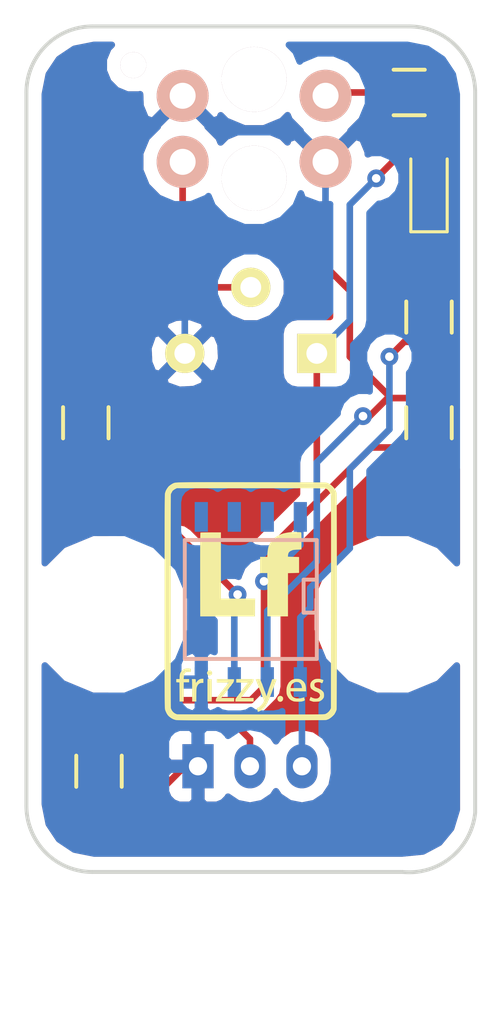
<source format=kicad_pcb>
(kicad_pcb (version 4) (host pcbnew 4.0.6-e0-6349~53~ubuntu16.04.1)

  (general
    (links 19)
    (no_connects 0)
    (area 138.318457 76.6696 168.005543 117.094001)
    (thickness 1.6)
    (drawings 8)
    (tracks 84)
    (zones 0)
    (modules 13)
    (nets 9)
  )

  (page A4)
  (title_block
    (title "Line Follower Sensor")
    (rev 1.0)
    (company "Frizzy Electronics")
    (comment 1 "David Matias")
  )

  (layers
    (0 F.Cu signal)
    (31 B.Cu signal)
    (32 B.Adhes user)
    (33 F.Adhes user)
    (34 B.Paste user)
    (35 F.Paste user)
    (36 B.SilkS user)
    (37 F.SilkS user)
    (38 B.Mask user)
    (39 F.Mask user)
    (40 Dwgs.User user)
    (41 Cmts.User user)
    (42 Eco1.User user)
    (43 Eco2.User user)
    (44 Edge.Cuts user)
    (45 Margin user)
    (46 B.CrtYd user)
    (47 F.CrtYd user)
    (48 B.Fab user)
    (49 F.Fab user)
  )

  (setup
    (last_trace_width 0.254)
    (user_trace_width 0.1524)
    (user_trace_width 0.3048)
    (user_trace_width 0.6096)
    (user_trace_width 1.2192)
    (trace_clearance 0.1524)
    (zone_clearance 0.508)
    (zone_45_only yes)
    (trace_min 0.1524)
    (segment_width 0.2)
    (edge_width 0.15)
    (via_size 0.6858)
    (via_drill 0.3302)
    (via_min_size 0.6858)
    (via_min_drill 0.3302)
    (uvia_size 0.762)
    (uvia_drill 0.508)
    (uvias_allowed no)
    (uvia_min_size 0)
    (uvia_min_drill 0)
    (pcb_text_width 0.3)
    (pcb_text_size 1.5 1.5)
    (mod_edge_width 0.15)
    (mod_text_size 1 1)
    (mod_text_width 0.15)
    (pad_size 5 5)
    (pad_drill 3.2)
    (pad_to_mask_clearance 0.2)
    (aux_axis_origin 0 0)
    (visible_elements 7FFCFFFF)
    (pcbplotparams
      (layerselection 0x00030_80000001)
      (usegerberextensions false)
      (excludeedgelayer true)
      (linewidth 0.100000)
      (plotframeref false)
      (viasonmask false)
      (mode 1)
      (useauxorigin false)
      (hpglpennumber 1)
      (hpglpenspeed 20)
      (hpglpendiameter 15)
      (hpglpenoverlay 2)
      (psnegative false)
      (psa4output false)
      (plotreference true)
      (plotvalue true)
      (plotinvisibletext false)
      (padsonsilk false)
      (subtractmaskfromsilk false)
      (outputformat 1)
      (mirror false)
      (drillshape 1)
      (scaleselection 1)
      (outputdirectory ""))
  )

  (net 0 "")
  (net 1 VCC)
  (net 2 GNDREF)
  (net 3 "Net-(U1-Pad3)")
  (net 4 A0)
  (net 5 "Net-(U1-Pad1)")
  (net 6 "Net-(U3-Pad1)")
  (net 7 "Net-(U6-Pad1)")
  (net 8 "Net-(U12-Pad2)")

  (net_class Default "This is the default net class."
    (clearance 0.1524)
    (trace_width 0.254)
    (via_dia 0.6858)
    (via_drill 0.3302)
    (uvia_dia 0.762)
    (uvia_drill 0.508)
    (add_net A0)
    (add_net GNDREF)
    (add_net "Net-(U1-Pad1)")
    (add_net "Net-(U1-Pad3)")
    (add_net "Net-(U12-Pad2)")
    (add_net "Net-(U3-Pad1)")
    (add_net "Net-(U6-Pad1)")
    (add_net VCC)
  )

  (net_class Oshpark ""
    (clearance 0.1524)
    (trace_width 0.1524)
    (via_dia 0.6858)
    (via_drill 0.3302)
    (uvia_dia 0.762)
    (uvia_drill 0.508)
  )

  (module Potentiometers:Potentiometer_Trimmer-Suntan-TSR-3386P (layer F.Cu) (tedit 5935AE8B) (tstamp 5815F8B7)
    (at 155.702 91.313 180)
    (path /5815DD66)
    (fp_text reference U7 (at 2.54 -5.842 180) (layer F.SilkS) hide
      (effects (font (size 1 1) (thickness 0.15)))
    )
    (fp_text value 10k (at 2.54 6.096 180) (layer F.Fab) hide
      (effects (font (size 1 1) (thickness 0.15)))
    )
    (fp_line (start 0.84 -1.255) (end 4.24 -1.255) (layer Dwgs.User) (width 0.15))
    (fp_line (start 0.84 -0.495) (end 4.24 -0.495) (layer Dwgs.User) (width 0.15))
    (fp_line (start -2.225 -4.765) (end 7.305 -4.765) (layer Dwgs.User) (width 0.15))
    (fp_line (start 7.305 -4.765) (end 7.305 4.765) (layer Dwgs.User) (width 0.15))
    (fp_line (start 7.305 4.765) (end -2.225 4.765) (layer Dwgs.User) (width 0.15))
    (fp_line (start -2.225 4.765) (end -2.225 -4.765) (layer Dwgs.User) (width 0.15))
    (fp_circle (center 2.54 -0.875) (end 4.115 0) (layer Dwgs.User) (width 0.15))
    (pad 3 thru_hole circle (at 5.08 0 180) (size 1.51 1.51) (drill 0.8) (layers *.Cu *.Mask F.SilkS)
      (net 2 GNDREF))
    (pad 1 thru_hole rect (at 0 0 180) (size 1.51 1.51) (drill 0.8) (layers *.Cu *.Mask F.SilkS)
      (net 1 VCC))
    (pad 2 thru_hole circle (at 2.54 2.54 180) (size 1.51 1.51) (drill 0.8) (layers *.Cu *.Mask F.SilkS)
      (net 7 "Net-(U6-Pad1)"))
    (model "../../../../../home/david/Escritorio/hola/kutupahne 3d models/kicad-3d-kutuphane-arsivi/files/pot_s63p.wrl"
      (at (xyz 0.1 0 0))
      (scale (xyz 1 1 1))
      (rotate (xyz 0 0 180))
    )
  )

  (module Resistors_SMD:R_0805 (layer F.Cu) (tedit 59072A25) (tstamp 5815F8AA)
    (at 160.02 93.98 90)
    (descr "Resistor SMD 0805, reflow soldering, Vishay (see dcrcw.pdf)")
    (tags "resistor 0805")
    (path /580FE9EE)
    (attr smd)
    (fp_text reference U5 (at 0 -2.1 90) (layer F.SilkS) hide
      (effects (font (size 1 1) (thickness 0.15)))
    )
    (fp_text value 20K (at 0 2.1 90) (layer F.Fab) hide
      (effects (font (size 1 1) (thickness 0.15)))
    )
    (fp_line (start -1.6 -1) (end 1.6 -1) (layer F.CrtYd) (width 0.05))
    (fp_line (start -1.6 1) (end 1.6 1) (layer F.CrtYd) (width 0.05))
    (fp_line (start -1.6 -1) (end -1.6 1) (layer F.CrtYd) (width 0.05))
    (fp_line (start 1.6 -1) (end 1.6 1) (layer F.CrtYd) (width 0.05))
    (fp_line (start 0.6 0.875) (end -0.6 0.875) (layer F.SilkS) (width 0.15))
    (fp_line (start -0.6 -0.875) (end 0.6 -0.875) (layer F.SilkS) (width 0.15))
    (pad 1 smd rect (at -0.95 0 90) (size 0.7 1.3) (layers F.Cu F.Paste F.Mask)
      (net 1 VCC))
    (pad 2 smd rect (at 0.95 0 90) (size 0.7 1.3) (layers F.Cu F.Paste F.Mask)
      (net 4 A0))
    (model Resistors_SMD.3dshapes/R_0805.wrl
      (at (xyz 0 0 0))
      (scale (xyz 1 1 1))
      (rotate (xyz 0 0 0))
    )
  )

  (module Connectors_JST:JST_PH_S3B-PH-K_03x2.00mm_Angled (layer F.Cu) (tedit 59072A59) (tstamp 590718F0)
    (at 151.13 107.188)
    (descr http://www.jst-mfg.com/product/pdf/eng/ePH.pdf)
    (tags "connector jst ph")
    (path /58166279)
    (fp_text reference U8 (at 0 -2.5) (layer F.SilkS) hide
      (effects (font (size 1 1) (thickness 0.15)))
    )
    (fp_text value CON3_ET (at 2 7.5) (layer F.Fab) hide
      (effects (font (size 1 1) (thickness 0.15)))
    )
    (fp_line (start 0.5 6.25) (end 0.5 2) (layer Dwgs.User) (width 0.15))
    (fp_line (start 0.5 2) (end 3.5 2) (layer Dwgs.User) (width 0.15))
    (fp_line (start 3.5 2) (end 3.5 6.25) (layer Dwgs.User) (width 0.15))
    (fp_line (start -0.9 0.25) (end -1.25 0.25) (layer Dwgs.User) (width 0.15))
    (fp_line (start -1.25 0.25) (end -1.25 -1.35) (layer Dwgs.User) (width 0.15))
    (fp_line (start -1.25 -1.35) (end -1.95 -1.35) (layer Dwgs.User) (width 0.15))
    (fp_line (start -1.95 -1.35) (end -1.95 6.25) (layer Dwgs.User) (width 0.15))
    (fp_line (start -1.95 6.25) (end 5.95 6.25) (layer Dwgs.User) (width 0.15))
    (fp_line (start 5.95 6.25) (end 5.95 -1.35) (layer Dwgs.User) (width 0.15))
    (fp_line (start 5.95 -1.35) (end 5.25 -1.35) (layer Dwgs.User) (width 0.15))
    (fp_line (start 5.25 -1.35) (end 5.25 0.25) (layer Dwgs.User) (width 0.15))
    (fp_line (start 5.25 0.25) (end 4.9 0.25) (layer Dwgs.User) (width 0.15))
    (fp_line (start 0 -1.2) (end -0.4 -1.6) (layer Dwgs.User) (width 0.15))
    (fp_line (start -0.4 -1.6) (end 0.4 -1.6) (layer Dwgs.User) (width 0.15))
    (fp_line (start 0.4 -1.6) (end 0 -1.2) (layer Dwgs.User) (width 0.15))
    (fp_line (start -1.95 0.25) (end -1.25 0.25) (layer Dwgs.User) (width 0.15))
    (fp_line (start 5.95 0.25) (end 5.25 0.25) (layer Dwgs.User) (width 0.15))
    (fp_line (start -1.3 2.5) (end -1.3 4.1) (layer Dwgs.User) (width 0.15))
    (fp_line (start -1.3 4.1) (end -0.3 4.1) (layer Dwgs.User) (width 0.15))
    (fp_line (start -0.3 4.1) (end -0.3 2.5) (layer Dwgs.User) (width 0.15))
    (fp_line (start -0.3 2.5) (end -1.3 2.5) (layer Dwgs.User) (width 0.15))
    (fp_line (start 5.3 2.5) (end 5.3 4.1) (layer Dwgs.User) (width 0.15))
    (fp_line (start 5.3 4.1) (end 4.3 4.1) (layer Dwgs.User) (width 0.15))
    (fp_line (start 4.3 4.1) (end 4.3 2.5) (layer Dwgs.User) (width 0.15))
    (fp_line (start 4.3 2.5) (end 5.3 2.5) (layer Dwgs.User) (width 0.15))
    (fp_line (start -0.3 4.1) (end -0.3 6.25) (layer Dwgs.User) (width 0.15))
    (fp_line (start -0.8 4.1) (end -0.8 6.25) (layer Dwgs.User) (width 0.15))
    (fp_line (start 0.9 0.25) (end 1.1 0.25) (layer Dwgs.User) (width 0.15))
    (fp_line (start 2.9 0.25) (end 3.1 0.25) (layer Dwgs.User) (width 0.15))
    (fp_line (start -2.45 6.75) (end -2.45 -1.85) (layer Dwgs.User) (width 0.05))
    (fp_line (start -2.45 -1.85) (end 6.45 -1.85) (layer Dwgs.User) (width 0.05))
    (fp_line (start 6.45 -1.85) (end 6.45 6.75) (layer Dwgs.User) (width 0.05))
    (fp_line (start 6.45 6.75) (end -2.45 6.75) (layer Dwgs.User) (width 0.05))
    (pad 1 thru_hole rect (at 0 0) (size 1.2 1.7) (drill 0.7) (layers *.Cu *.Mask)
      (net 2 GNDREF))
    (pad 2 thru_hole oval (at 2 0) (size 1.2 1.7) (drill 0.7) (layers *.Cu *.Mask)
      (net 1 VCC))
    (pad 3 thru_hole oval (at 4 0) (size 1.2 1.7) (drill 0.7) (layers *.Cu *.Mask)
      (net 5 "Net-(U1-Pad1)"))
    (model ../../../../../home/david/Escritorio/hola/walter/conn_jst-ph/s3b-ph-kl.wrl
      (at (xyz 0.08 0 0))
      (scale (xyz 1 1 1))
      (rotate (xyz 0 0 0))
    )
  )

  (module SMD_Packages:SOIC-8-N (layer B.Cu) (tedit 59072A30) (tstamp 5815F89E)
    (at 153.162 100.7745 180)
    (descr "Module Narrow CMS SOJ 8 pins large")
    (tags "CMS SOJ")
    (path /580FE7FC)
    (attr smd)
    (fp_text reference U1 (at 0 1.27 180) (layer B.SilkS) hide
      (effects (font (size 1 1) (thickness 0.15)) (justify mirror))
    )
    (fp_text value LM358N (at 0 -1.27 180) (layer B.Fab) hide
      (effects (font (size 1 1) (thickness 0.15)) (justify mirror))
    )
    (fp_line (start -2.54 2.286) (end 2.54 2.286) (layer B.SilkS) (width 0.15))
    (fp_line (start 2.54 2.286) (end 2.54 -2.286) (layer B.SilkS) (width 0.15))
    (fp_line (start 2.54 -2.286) (end -2.54 -2.286) (layer B.SilkS) (width 0.15))
    (fp_line (start -2.54 -2.286) (end -2.54 2.286) (layer B.SilkS) (width 0.15))
    (fp_line (start -2.54 0.762) (end -2.032 0.762) (layer B.SilkS) (width 0.15))
    (fp_line (start -2.032 0.762) (end -2.032 -0.508) (layer B.SilkS) (width 0.15))
    (fp_line (start -2.032 -0.508) (end -2.54 -0.508) (layer B.SilkS) (width 0.15))
    (pad 8 smd rect (at -1.905 3.175 180) (size 0.508 1.143) (layers B.Cu B.Paste B.Mask)
      (net 1 VCC))
    (pad 7 smd rect (at -0.635 3.175 180) (size 0.508 1.143) (layers B.Cu B.Paste B.Mask))
    (pad 6 smd rect (at 0.635 3.175 180) (size 0.508 1.143) (layers B.Cu B.Paste B.Mask))
    (pad 5 smd rect (at 1.905 3.175 180) (size 0.508 1.143) (layers B.Cu B.Paste B.Mask))
    (pad 4 smd rect (at 1.905 -3.175 180) (size 0.508 1.143) (layers B.Cu B.Paste B.Mask)
      (net 2 GNDREF))
    (pad 3 smd rect (at 0.635 -3.175 180) (size 0.508 1.143) (layers B.Cu B.Paste B.Mask)
      (net 3 "Net-(U1-Pad3)"))
    (pad 2 smd rect (at -0.635 -3.175 180) (size 0.508 1.143) (layers B.Cu B.Paste B.Mask)
      (net 4 A0))
    (pad 1 smd rect (at -1.905 -3.175 180) (size 0.508 1.143) (layers B.Cu B.Paste B.Mask)
      (net 5 "Net-(U1-Pad1)"))
    (model SMD_Packages.3dshapes/SOIC-8-N.wrl
      (at (xyz 0 0 0))
      (scale (xyz 0.5 0.38 0.5))
      (rotate (xyz 0 0 0))
    )
  )

  (module Resistors_SMD:R_0805 (layer F.Cu) (tedit 590729F6) (tstamp 5815F8A4)
    (at 160.02 89.916 270)
    (descr "Resistor SMD 0805, reflow soldering, Vishay (see dcrcw.pdf)")
    (tags "resistor 0805")
    (path /5815EBE5)
    (attr smd)
    (fp_text reference U3 (at 0 -2.1 270) (layer F.SilkS) hide
      (effects (font (size 1 1) (thickness 0.15)))
    )
    (fp_text value 1K (at 0 2.1 270) (layer F.Fab) hide
      (effects (font (size 1 1) (thickness 0.15)))
    )
    (fp_line (start -1.6 -1) (end 1.6 -1) (layer F.CrtYd) (width 0.05))
    (fp_line (start -1.6 1) (end 1.6 1) (layer F.CrtYd) (width 0.05))
    (fp_line (start -1.6 -1) (end -1.6 1) (layer F.CrtYd) (width 0.05))
    (fp_line (start 1.6 -1) (end 1.6 1) (layer F.CrtYd) (width 0.05))
    (fp_line (start 0.6 0.875) (end -0.6 0.875) (layer F.SilkS) (width 0.15))
    (fp_line (start -0.6 -0.875) (end 0.6 -0.875) (layer F.SilkS) (width 0.15))
    (pad 1 smd rect (at -0.95 0 270) (size 0.7 1.3) (layers F.Cu F.Paste F.Mask)
      (net 6 "Net-(U3-Pad1)"))
    (pad 2 smd rect (at 0.95 0 270) (size 0.7 1.3) (layers F.Cu F.Paste F.Mask)
      (net 5 "Net-(U1-Pad1)"))
    (model Resistors_SMD.3dshapes/R_0805.wrl
      (at (xyz 0 0 0))
      (scale (xyz 1 1 1))
      (rotate (xyz 0 0 0))
    )
  )

  (module Resistors_SMD:R_0805 (layer F.Cu) (tedit 59072A04) (tstamp 5815F8B0)
    (at 146.812 93.98 270)
    (descr "Resistor SMD 0805, reflow soldering, Vishay (see dcrcw.pdf)")
    (tags "resistor 0805")
    (path /5815E319)
    (attr smd)
    (fp_text reference U6 (at 0 -2.1 270) (layer F.SilkS) hide
      (effects (font (size 1 1) (thickness 0.15)))
    )
    (fp_text value 10K (at 0 2.1 270) (layer F.Fab) hide
      (effects (font (size 1 1) (thickness 0.15)))
    )
    (fp_line (start -1.6 -1) (end 1.6 -1) (layer F.CrtYd) (width 0.05))
    (fp_line (start -1.6 1) (end 1.6 1) (layer F.CrtYd) (width 0.05))
    (fp_line (start -1.6 -1) (end -1.6 1) (layer F.CrtYd) (width 0.05))
    (fp_line (start 1.6 -1) (end 1.6 1) (layer F.CrtYd) (width 0.05))
    (fp_line (start 0.6 0.875) (end -0.6 0.875) (layer F.SilkS) (width 0.15))
    (fp_line (start -0.6 -0.875) (end 0.6 -0.875) (layer F.SilkS) (width 0.15))
    (pad 1 smd rect (at -0.95 0 270) (size 0.7 1.3) (layers F.Cu F.Paste F.Mask)
      (net 7 "Net-(U6-Pad1)"))
    (pad 2 smd rect (at 0.95 0 270) (size 0.7 1.3) (layers F.Cu F.Paste F.Mask)
      (net 3 "Net-(U1-Pad3)"))
    (model Resistors_SMD.3dshapes/R_0805.wrl
      (at (xyz 0 0 0))
      (scale (xyz 1 1 1))
      (rotate (xyz 0 0 0))
    )
  )

  (module Resistors_SMD:R_0805 (layer F.Cu) (tedit 59072A3A) (tstamp 5815F8C3)
    (at 147.32 107.3785 270)
    (descr "Resistor SMD 0805, reflow soldering, Vishay (see dcrcw.pdf)")
    (tags "resistor 0805")
    (path /5815F0AC)
    (attr smd)
    (fp_text reference U10 (at 0 -2.1 270) (layer F.SilkS) hide
      (effects (font (size 1 1) (thickness 0.15)))
    )
    (fp_text value 100nF (at 0 2.1 270) (layer F.Fab) hide
      (effects (font (size 1 1) (thickness 0.15)))
    )
    (fp_line (start -1.6 -1) (end 1.6 -1) (layer F.CrtYd) (width 0.05))
    (fp_line (start -1.6 1) (end 1.6 1) (layer F.CrtYd) (width 0.05))
    (fp_line (start -1.6 -1) (end -1.6 1) (layer F.CrtYd) (width 0.05))
    (fp_line (start 1.6 -1) (end 1.6 1) (layer F.CrtYd) (width 0.05))
    (fp_line (start 0.6 0.875) (end -0.6 0.875) (layer F.SilkS) (width 0.15))
    (fp_line (start -0.6 -0.875) (end 0.6 -0.875) (layer F.SilkS) (width 0.15))
    (pad 1 smd rect (at -0.95 0 270) (size 0.7 1.3) (layers F.Cu F.Paste F.Mask)
      (net 1 VCC))
    (pad 2 smd rect (at 0.95 0 270) (size 0.7 1.3) (layers F.Cu F.Paste F.Mask)
      (net 2 GNDREF))
    (model Resistors_SMD.3dshapes/R_0805.wrl
      (at (xyz 0 0 0))
      (scale (xyz 1 1 1))
      (rotate (xyz 0 0 0))
    )
  )

  (module cyclophone:TCRT5000 (layer B.Cu) (tedit 590729E2) (tstamp 5815F8CE)
    (at 153.289 82.677)
    (path /580FE8F3)
    (fp_text reference U12 (at 0 5.08) (layer B.SilkS) hide
      (effects (font (size 1 1) (thickness 0.15)) (justify mirror))
    )
    (fp_text value TCRT5000 (at 0 -5.08) (layer B.SilkS) hide
      (effects (font (size 1 1) (thickness 0.15)) (justify mirror))
    )
    (pad 3 thru_hole circle (at -2.75 1.27) (size 2 2) (drill 1) (layers *.Cu *.Mask B.SilkS)
      (net 4 A0))
    (pad 1 thru_hole circle (at 2.75 1.27) (size 2 2) (drill 1) (layers *.Cu *.Mask B.SilkS)
      (net 2 GNDREF))
    (pad 4 thru_hole circle (at -2.75 -1.27) (size 2 2) (drill 1) (layers *.Cu *.Mask B.SilkS)
      (net 2 GNDREF))
    (pad 2 thru_hole circle (at 2.75 -1.27) (size 2 2) (drill 1) (layers *.Cu *.Mask B.SilkS)
      (net 8 "Net-(U12-Pad2)"))
    (pad hole thru_hole circle (at 0 -1.9) (size 2.5 2.5) (drill 2.5) (layers *.Cu *.Mask B.SilkS))
    (pad hole thru_hole circle (at 0 1.9) (size 2.5 2.5) (drill 2.5) (layers *.Cu *.Mask B.SilkS))
    (pad hole thru_hole circle (at -4.65 -2.45) (size 1 1) (drill 1) (layers *.Cu *.Mask B.SilkS))
    (model ../../../../../home/david/Escritorio/Github/Line-follower-sensor/Design/tcrt5000.wrl
      (at (xyz -0.2 0.13 -0.1))
      (scale (xyz 10 10 10))
      (rotate (xyz 0 0 90))
    )
  )

  (module Resistors_SMD:R_0805 (layer F.Cu) (tedit 59072A1C) (tstamp 5815F8D4)
    (at 159.258 81.28 180)
    (descr "Resistor SMD 0805, reflow soldering, Vishay (see dcrcw.pdf)")
    (tags "resistor 0805")
    (path /5815D76C)
    (attr smd)
    (fp_text reference U13 (at 0 -2.1 180) (layer F.SilkS) hide
      (effects (font (size 1 1) (thickness 0.15)))
    )
    (fp_text value 100R (at 0 2.1 180) (layer F.Fab) hide
      (effects (font (size 1 1) (thickness 0.15)))
    )
    (fp_line (start -1.6 -1) (end 1.6 -1) (layer F.CrtYd) (width 0.05))
    (fp_line (start -1.6 1) (end 1.6 1) (layer F.CrtYd) (width 0.05))
    (fp_line (start -1.6 -1) (end -1.6 1) (layer F.CrtYd) (width 0.05))
    (fp_line (start 1.6 -1) (end 1.6 1) (layer F.CrtYd) (width 0.05))
    (fp_line (start 0.6 0.875) (end -0.6 0.875) (layer F.SilkS) (width 0.15))
    (fp_line (start -0.6 -0.875) (end 0.6 -0.875) (layer F.SilkS) (width 0.15))
    (pad 1 smd rect (at -0.95 0 180) (size 0.7 1.3) (layers F.Cu F.Paste F.Mask)
      (net 1 VCC))
    (pad 2 smd rect (at 0.95 0 180) (size 0.7 1.3) (layers F.Cu F.Paste F.Mask)
      (net 8 "Net-(U12-Pad2)"))
    (model Resistors_SMD.3dshapes/R_0805.wrl
      (at (xyz 0 0 0))
      (scale (xyz 1 1 1))
      (rotate (xyz 0 0 0))
    )
  )

  (module LEDs:LED_0805 (layer F.Cu) (tedit 590729EB) (tstamp 59071917)
    (at 160.02 84.836 90)
    (descr "LED 0805 smd package")
    (tags "LED led 0805 SMD smd SMT smt smdled SMDLED smtled SMTLED")
    (path /5815EB38)
    (attr smd)
    (fp_text reference U9 (at 0 -1.45 90) (layer F.SilkS) hide
      (effects (font (size 1 1) (thickness 0.15)))
    )
    (fp_text value LED (at 0 1.55 90) (layer F.Fab) hide
      (effects (font (size 1 1) (thickness 0.15)))
    )
    (fp_line (start -1.8 -0.7) (end -1.8 0.7) (layer F.SilkS) (width 0.12))
    (fp_line (start -0.4 -0.4) (end -0.4 0.4) (layer F.Fab) (width 0.1))
    (fp_line (start -0.4 0) (end 0.2 -0.4) (layer F.Fab) (width 0.1))
    (fp_line (start 0.2 0.4) (end -0.4 0) (layer F.Fab) (width 0.1))
    (fp_line (start 0.2 -0.4) (end 0.2 0.4) (layer F.Fab) (width 0.1))
    (fp_line (start 1 0.6) (end -1 0.6) (layer F.Fab) (width 0.1))
    (fp_line (start 1 -0.6) (end 1 0.6) (layer F.Fab) (width 0.1))
    (fp_line (start -1 -0.6) (end 1 -0.6) (layer F.Fab) (width 0.1))
    (fp_line (start -1 0.6) (end -1 -0.6) (layer F.Fab) (width 0.1))
    (fp_line (start -1.8 0.7) (end 1 0.7) (layer F.SilkS) (width 0.12))
    (fp_line (start -1.8 -0.7) (end 1 -0.7) (layer F.SilkS) (width 0.12))
    (fp_line (start 1.95 -0.85) (end 1.95 0.85) (layer F.CrtYd) (width 0.05))
    (fp_line (start 1.95 0.85) (end -1.95 0.85) (layer F.CrtYd) (width 0.05))
    (fp_line (start -1.95 0.85) (end -1.95 -0.85) (layer F.CrtYd) (width 0.05))
    (fp_line (start -1.95 -0.85) (end 1.95 -0.85) (layer F.CrtYd) (width 0.05))
    (pad 2 smd rect (at 1.1 0 270) (size 1.2 1.2) (layers F.Cu F.Paste F.Mask)
      (net 1 VCC))
    (pad 1 smd rect (at -1.1 0 270) (size 1.2 1.2) (layers F.Cu F.Paste F.Mask)
      (net 6 "Net-(U3-Pad1)"))
    (model LEDs.3dshapes/LED_0805.wrl
      (at (xyz 0 0 0))
      (scale (xyz 1 1 1))
      (rotate (xyz 0 0 180))
    )
  )

  (module logos_frizzy:logo_lf (layer F.Cu) (tedit 0) (tstamp 59075004)
    (at 153.162 100.838)
    (fp_text reference G*** (at 0 0) (layer F.SilkS) hide
      (effects (font (thickness 0.3)))
    )
    (fp_text value LOGO (at 0.75 0) (layer F.SilkS) hide
      (effects (font (thickness 0.3)))
    )
    (fp_poly (pts (xy -1.254349 -4.569112) (xy -1.028292 -4.568992) (xy -0.782442 -4.568816) (xy -0.515929 -4.568599)
      (xy -0.227885 -4.568357) (xy 0.017318 -4.568155) (xy 0.272744 -4.567912) (xy 0.522305 -4.567603)
      (xy 0.765002 -4.567232) (xy 0.999836 -4.566801) (xy 1.225807 -4.566317) (xy 1.441916 -4.565781)
      (xy 1.647164 -4.565199) (xy 1.84055 -4.564574) (xy 2.021075 -4.563911) (xy 2.187741 -4.563213)
      (xy 2.339547 -4.562484) (xy 2.475495 -4.561728) (xy 2.594584 -4.56095) (xy 2.695815 -4.560152)
      (xy 2.778189 -4.55934) (xy 2.840706 -4.558517) (xy 2.882368 -4.557687) (xy 2.902173 -4.556855)
      (xy 2.903551 -4.556658) (xy 2.990387 -4.52299) (xy 3.073966 -4.471106) (xy 3.150375 -4.404972)
      (xy 3.215702 -4.328552) (xy 3.266035 -4.245812) (xy 3.297461 -4.160718) (xy 3.29849 -4.156364)
      (xy 3.299259 -4.141569) (xy 3.299993 -4.104687) (xy 3.300694 -4.04672) (xy 3.301361 -3.968672)
      (xy 3.301994 -3.871544) (xy 3.302593 -3.75634) (xy 3.303159 -3.624061) (xy 3.30369 -3.47571)
      (xy 3.304188 -3.312289) (xy 3.304652 -3.134801) (xy 3.305082 -2.944249) (xy 3.305478 -2.741635)
      (xy 3.30584 -2.527961) (xy 3.306168 -2.30423) (xy 3.306462 -2.071444) (xy 3.306723 -1.830605)
      (xy 3.306949 -1.582717) (xy 3.307141 -1.328782) (xy 3.307299 -1.069801) (xy 3.307424 -0.806778)
      (xy 3.307514 -0.540715) (xy 3.30757 -0.272615) (xy 3.307592 -0.003479) (xy 3.30758 0.265689)
      (xy 3.307534 0.533887) (xy 3.307454 0.800113) (xy 3.30734 1.063364) (xy 3.307191 1.322638)
      (xy 3.307008 1.576933) (xy 3.306792 1.825245) (xy 3.306541 2.066573) (xy 3.306256 2.299913)
      (xy 3.305936 2.524264) (xy 3.305583 2.738623) (xy 3.305195 2.941988) (xy 3.304773 3.133355)
      (xy 3.304316 3.311723) (xy 3.303825 3.47609) (xy 3.3033 3.625452) (xy 3.302741 3.758807)
      (xy 3.302148 3.875154) (xy 3.30152 3.973488) (xy 3.300857 4.052808) (xy 3.300161 4.112112)
      (xy 3.299429 4.150397) (xy 3.298664 4.16666) (xy 3.298612 4.166937) (xy 3.290203 4.197227)
      (xy 3.282062 4.2179) (xy 3.28147 4.218892) (xy 3.27314 4.234603) (xy 3.272316 4.237181)
      (xy 3.261286 4.266829) (xy 3.242926 4.29886) (xy 3.234956 4.30934) (xy 3.225337 4.324689)
      (xy 3.227742 4.329545) (xy 3.22454 4.337066) (xy 3.207823 4.357349) (xy 3.180547 4.386979)
      (xy 3.157372 4.410831) (xy 3.105913 4.457843) (xy 3.051675 4.498992) (xy 2.999907 4.530812)
      (xy 2.955855 4.549837) (xy 2.942178 4.552998) (xy 2.919181 4.561116) (xy 2.909455 4.566551)
      (xy 2.895931 4.567841) (xy 2.859643 4.569077) (xy 2.800916 4.570256) (xy 2.720075 4.571378)
      (xy 2.617446 4.572441) (xy 2.493356 4.573444) (xy 2.348129 4.574385) (xy 2.182091 4.575262)
      (xy 1.995569 4.576074) (xy 1.788888 4.57682) (xy 1.562374 4.577498) (xy 1.316352 4.578106)
      (xy 1.051149 4.578643) (xy 0.76709 4.579108) (xy 0.464501 4.579499) (xy 0.143707 4.579814)
      (xy 0.028864 4.579905) (xy -0.2795 4.580121) (xy -0.565599 4.580289) (xy -0.830262 4.580406)
      (xy -1.074315 4.580468) (xy -1.298585 4.580469) (xy -1.5039 4.580407) (xy -1.691087 4.580277)
      (xy -1.860972 4.580075) (xy -2.014383 4.579796) (xy -2.152146 4.579437) (xy -2.27509 4.578994)
      (xy -2.38404 4.578462) (xy -2.479825 4.577838) (xy -2.56327 4.577116) (xy -2.635204 4.576294)
      (xy -2.696453 4.575367) (xy -2.747844 4.574331) (xy -2.790204 4.573181) (xy -2.824361 4.571914)
      (xy -2.851142 4.570526) (xy -2.871373 4.569012) (xy -2.885881 4.567369) (xy -2.895495 4.565591)
      (xy -2.896418 4.565353) (xy -2.971863 4.540806) (xy -3.038372 4.508679) (xy -3.104113 4.464535)
      (xy -3.149846 4.427681) (xy -3.195017 4.37819) (xy -3.237872 4.309546) (xy -3.276115 4.225687)
      (xy -3.290381 4.186492) (xy -3.292431 4.180225) (xy -3.294356 4.173431) (xy -3.296159 4.16539)
      (xy -3.297845 4.155384) (xy -3.299418 4.142696) (xy -3.30088 4.126608) (xy -3.302238 4.1064)
      (xy -3.303493 4.081356) (xy -3.304651 4.050757) (xy -3.305715 4.013886) (xy -3.306689 3.970023)
      (xy -3.307578 3.918451) (xy -3.308385 3.858452) (xy -3.309113 3.789308) (xy -3.309768 3.7103)
      (xy -3.310353 3.620711) (xy -3.310872 3.519823) (xy -3.311328 3.406917) (xy -3.311727 3.281275)
      (xy -3.312071 3.14218) (xy -3.312365 2.988913) (xy -3.312613 2.820756) (xy -3.312818 2.636992)
      (xy -3.312986 2.436901) (xy -3.313118 2.219766) (xy -3.313221 1.984869) (xy -3.313297 1.731492)
      (xy -3.31335 1.458917) (xy -3.313385 1.166425) (xy -3.313405 0.853299) (xy -3.313415 0.51882)
      (xy -3.313417 0.162271) (xy -3.313417 0.010832) (xy -3.088275 0.010832) (xy -3.088263 0.277948)
      (xy -3.088225 0.54404) (xy -3.088161 0.808104) (xy -3.088072 1.069134) (xy -3.087957 1.326126)
      (xy -3.087816 1.578075) (xy -3.08765 1.823976) (xy -3.087458 2.062825) (xy -3.08724 2.293617)
      (xy -3.086996 2.515347) (xy -3.086727 2.727009) (xy -3.086432 2.927601) (xy -3.086112 3.116116)
      (xy -3.085766 3.291549) (xy -3.085394 3.452897) (xy -3.084996 3.599154) (xy -3.084573 3.729316)
      (xy -3.084124 3.842377) (xy -3.083649 3.937333) (xy -3.083148 4.01318) (xy -3.082622 4.068912)
      (xy -3.08207 4.103524) (xy -3.081515 4.115954) (xy -3.04811 4.194535) (xy -2.999847 4.260763)
      (xy -2.939992 4.310414) (xy -2.92395 4.31956) (xy -2.886307 4.337763) (xy -2.853126 4.351334)
      (xy -2.837587 4.355972) (xy -2.823817 4.35643) (xy -2.787958 4.356889) (xy -2.731014 4.357348)
      (xy -2.653985 4.357803) (xy -2.557875 4.358252) (xy -2.443686 4.358694) (xy -2.312421 4.359125)
      (xy -2.165082 4.359543) (xy -2.002671 4.359947) (xy -1.826191 4.360333) (xy -1.636644 4.360699)
      (xy -1.435033 4.361044) (xy -1.22236 4.361364) (xy -0.999627 4.361658) (xy -0.767837 4.361923)
      (xy -0.527992 4.362157) (xy -0.281095 4.362357) (xy -0.028148 4.362521) (xy 0.002886 4.362538)
      (xy 0.303775 4.362701) (xy 0.582445 4.362843) (xy 0.839769 4.362956) (xy 1.076618 4.363034)
      (xy 1.293866 4.363071) (xy 1.492383 4.36306) (xy 1.673043 4.362995) (xy 1.836717 4.36287)
      (xy 1.984277 4.362678) (xy 2.116597 4.362412) (xy 2.234548 4.362067) (xy 2.339002 4.361636)
      (xy 2.430832 4.361112) (xy 2.510909 4.360488) (xy 2.580106 4.35976) (xy 2.639296 4.358919)
      (xy 2.689349 4.35796) (xy 2.73114 4.356876) (xy 2.765539 4.355661) (xy 2.793418 4.354308)
      (xy 2.815651 4.352811) (xy 2.83311 4.351163) (xy 2.846665 4.349358) (xy 2.857191 4.34739)
      (xy 2.865558 4.345252) (xy 2.87264 4.342938) (xy 2.876971 4.341335) (xy 2.938529 4.308023)
      (xy 2.996847 4.258785) (xy 3.044615 4.200425) (xy 3.063259 4.167909) (xy 3.088409 4.115954)
      (xy 3.091339 0.020444) (xy 3.091599 -0.344805) (xy 3.091838 -0.687682) (xy 3.092053 -1.008903)
      (xy 3.092239 -1.309189) (xy 3.092394 -1.589258) (xy 3.092514 -1.849826) (xy 3.092595 -2.091614)
      (xy 3.092635 -2.315339) (xy 3.092629 -2.52172) (xy 3.092575 -2.711474) (xy 3.092468 -2.88532)
      (xy 3.092306 -3.043977) (xy 3.092085 -3.188163) (xy 3.091801 -3.318595) (xy 3.091451 -3.435993)
      (xy 3.091032 -3.541075) (xy 3.09054 -3.634558) (xy 3.089972 -3.717162) (xy 3.089323 -3.789604)
      (xy 3.088592 -3.852603) (xy 3.087774 -3.906877) (xy 3.086865 -3.953145) (xy 3.085864 -3.992124)
      (xy 3.084765 -4.024534) (xy 3.083565 -4.051092) (xy 3.082262 -4.072516) (xy 3.080851 -4.089526)
      (xy 3.079329 -4.102838) (xy 3.077694 -4.113172) (xy 3.07594 -4.121246) (xy 3.074065 -4.127779)
      (xy 3.072066 -4.133487) (xy 3.071379 -4.135309) (xy 3.056274 -4.164882) (xy 3.032413 -4.200859)
      (xy 3.003708 -4.238518) (xy 2.974073 -4.273138) (xy 2.947421 -4.3) (xy 2.927666 -4.31438)
      (xy 2.922012 -4.315511) (xy 2.907915 -4.319109) (xy 2.882817 -4.329529) (xy 2.880591 -4.330568)
      (xy 2.874292 -4.33233) (xy 2.862621 -4.333964) (xy 2.844767 -4.335475) (xy 2.819916 -4.336867)
      (xy 2.787256 -4.338145) (xy 2.745974 -4.339313) (xy 2.695258 -4.340376) (xy 2.634295 -4.341339)
      (xy 2.562273 -4.342206) (xy 2.478378 -4.342982) (xy 2.381799 -4.343672) (xy 2.271722 -4.344279)
      (xy 2.147336 -4.344809) (xy 2.007827 -4.345266) (xy 1.852383 -4.345655) (xy 1.680191 -4.345981)
      (xy 1.490439 -4.346247) (xy 1.282314 -4.346459) (xy 1.055003 -4.346621) (xy 0.807695 -4.346738)
      (xy 0.539575 -4.346814) (xy 0.249833 -4.346855) (xy 0 -4.346864) (xy -2.845955 -4.346864)
      (xy -2.910299 -4.315264) (xy -2.940388 -4.298008) (xy -2.971863 -4.27613) (xy -3.000513 -4.253219)
      (xy -3.022125 -4.232865) (xy -3.03249 -4.218658) (xy -3.028982 -4.214091) (xy -3.029316 -4.2069)
      (xy -3.038683 -4.193887) (xy -3.060682 -4.159944) (xy -3.079495 -4.110922) (xy -3.081485 -4.10441)
      (xy -3.082061 -4.091065) (xy -3.082613 -4.055635) (xy -3.083138 -3.999123) (xy -3.083639 -3.922535)
      (xy -3.084113 -3.826875) (xy -3.084562 -3.713148) (xy -3.084985 -3.582359) (xy -3.085383 -3.435512)
      (xy -3.085755 -3.273612) (xy -3.086102 -3.097665) (xy -3.086423 -2.908675) (xy -3.086718 -2.707646)
      (xy -3.086988 -2.495584) (xy -3.087232 -2.273493) (xy -3.08745 -2.042378) (xy -3.087643 -1.803244)
      (xy -3.08781 -1.557095) (xy -3.087952 -1.304937) (xy -3.088068 -1.047774) (xy -3.088158 -0.78661)
      (xy -3.088223 -0.522452) (xy -3.088262 -0.256303) (xy -3.088275 0.010832) (xy -3.313417 0.010832)
      (xy -3.313418 0.005421) (xy -3.313409 -0.36543) (xy -3.31338 -0.713875) (xy -3.313329 -1.0406)
      (xy -3.313252 -1.346292) (xy -3.313148 -1.631635) (xy -3.313013 -1.897314) (xy -3.312844 -2.144017)
      (xy -3.312639 -2.372428) (xy -3.312395 -2.583232) (xy -3.312109 -2.777116) (xy -3.311778 -2.954765)
      (xy -3.3114 -3.116865) (xy -3.310971 -3.264101) (xy -3.31049 -3.397159) (xy -3.309953 -3.516723)
      (xy -3.309358 -3.623481) (xy -3.308701 -3.718118) (xy -3.30798 -3.801318) (xy -3.307193 -3.873769)
      (xy -3.306336 -3.936155) (xy -3.305407 -3.989161) (xy -3.304402 -4.033474) (xy -3.30332 -4.069779)
      (xy -3.302157 -4.098762) (xy -3.300911 -4.121108) (xy -3.299578 -4.137504) (xy -3.298157 -4.148633)
      (xy -3.296644 -4.155183) (xy -3.296619 -4.155255) (xy -3.286042 -4.186261) (xy -3.27943 -4.207585)
      (xy -3.278537 -4.211366) (xy -3.268698 -4.239722) (xy -3.248096 -4.27945) (xy -3.220787 -4.324213)
      (xy -3.190825 -4.367676) (xy -3.162268 -4.403502) (xy -3.143771 -4.42191) (xy -3.078404 -4.471337)
      (xy -3.019482 -4.508052) (xy -3.000327 -4.517708) (xy -2.988701 -4.523267) (xy -2.978129 -4.528423)
      (xy -2.967745 -4.53319) (xy -2.956679 -4.537582) (xy -2.944062 -4.541614) (xy -2.929026 -4.5453)
      (xy -2.910702 -4.548655) (xy -2.888221 -4.551694) (xy -2.860715 -4.554431) (xy -2.827314 -4.55688)
      (xy -2.787151 -4.559056) (xy -2.739356 -4.560974) (xy -2.683061 -4.562647) (xy -2.617397 -4.564092)
      (xy -2.541496 -4.565321) (xy -2.454488 -4.56635) (xy -2.355505 -4.567194) (xy -2.243678 -4.567866)
      (xy -2.118138 -4.568381) (xy -1.978018 -4.568753) (xy -1.822447 -4.568999) (xy -1.650558 -4.56913)
      (xy -1.461482 -4.569163) (xy -1.254349 -4.569112)) (layer F.SilkS) (width 0.01))
    (fp_poly (pts (xy 0.315375 3.002398) (xy 0.34285 3.005085) (xy 0.357987 3.011302) (xy 0.366156 3.022469)
      (xy 0.368357 3.027795) (xy 0.376525 3.051465) (xy 0.379383 3.062552) (xy 0.385044 3.077991)
      (xy 0.397249 3.103647) (xy 0.398381 3.105848) (xy 0.408262 3.128844) (xy 0.409165 3.140129)
      (xy 0.408371 3.140363) (xy 0.409166 3.147507) (xy 0.421409 3.163454) (xy 0.434056 3.180116)
      (xy 0.434447 3.186545) (xy 0.433787 3.19538) (xy 0.442424 3.217058) (xy 0.4445 3.221181)
      (xy 0.454512 3.244236) (xy 0.455688 3.255575) (xy 0.454928 3.255818) (xy 0.4541 3.262903)
      (xy 0.458863 3.27025) (xy 0.467423 3.287269) (xy 0.480517 3.320377) (xy 0.495847 3.363607)
      (xy 0.502227 3.382818) (xy 0.517809 3.428467) (xy 0.532095 3.466435) (xy 0.542787 3.490754)
      (xy 0.545591 3.495386) (xy 0.551193 3.507762) (xy 0.548409 3.509818) (xy 0.546999 3.516794)
      (xy 0.552538 3.525156) (xy 0.565754 3.549703) (xy 0.569536 3.562678) (xy 0.5777 3.592328)
      (xy 0.5822 3.604166) (xy 0.591125 3.631184) (xy 0.593222 3.641355) (xy 0.599558 3.663068)
      (xy 0.607714 3.662809) (xy 0.615925 3.641417) (xy 0.618443 3.629338) (xy 0.62649 3.596736)
      (xy 0.636093 3.573128) (xy 0.637919 3.570431) (xy 0.643552 3.55806) (xy 0.640773 3.556)
      (xy 0.639251 3.549063) (xy 0.644448 3.541209) (xy 0.655777 3.518963) (xy 0.66238 3.495218)
      (xy 0.669176 3.467619) (xy 0.675409 3.45209) (xy 0.682939 3.432325) (xy 0.688356 3.409414)
      (xy 0.69529 3.381762) (xy 0.701655 3.366309) (xy 0.709981 3.344821) (xy 0.712828 3.331769)
      (xy 0.722281 3.304709) (xy 0.729007 3.294247) (xy 0.735753 3.281405) (xy 0.733136 3.278909)
      (xy 0.731726 3.271932) (xy 0.737266 3.263571) (xy 0.750482 3.239023) (xy 0.754263 3.226048)
      (xy 0.762427 3.196398) (xy 0.766927 3.18456) (xy 0.77604 3.159263) (xy 0.778464 3.149924)
      (xy 0.785738 3.125351) (xy 0.788853 3.117272) (xy 0.796867 3.095573) (xy 0.807794 3.06312)
      (xy 0.810803 3.053772) (xy 0.825503 3.00759) (xy 0.893481 3.00408) (xy 0.942848 3.002576)
      (xy 0.97231 3.005367) (xy 0.984894 3.014064) (xy 0.98363 3.030276) (xy 0.975698 3.047792)
      (xy 0.965633 3.070931) (xy 0.964381 3.082373) (xy 0.965163 3.082636) (xy 0.965986 3.089718)
      (xy 0.961214 3.097068) (xy 0.951541 3.115553) (xy 0.93867 3.147971) (xy 0.929409 3.175)
      (xy 0.916775 3.211648) (xy 0.905548 3.239603) (xy 0.9 3.250045) (xy 0.889497 3.269629)
      (xy 0.888512 3.273136) (xy 0.884283 3.289285) (xy 0.876422 3.31154) (xy 0.864333 3.342409)
      (xy 0.854452 3.368008) (xy 0.849441 3.382549) (xy 0.849382 3.382818) (xy 0.84315 3.396912)
      (xy 0.841292 3.400136) (xy 0.834154 3.416852) (xy 0.82301 3.44789) (xy 0.813955 3.475181)
      (xy 0.801666 3.511793) (xy 0.791323 3.539738) (xy 0.786617 3.550227) (xy 0.77907 3.56563)
      (xy 0.778527 3.567545) (xy 0.773642 3.581738) (xy 0.762722 3.610083) (xy 0.748561 3.645394)
      (xy 0.742595 3.659909) (xy 0.734362 3.682327) (xy 0.732452 3.688772) (xy 0.726298 3.706083)
      (xy 0.714676 3.734819) (xy 0.710973 3.743558) (xy 0.699116 3.772867) (xy 0.692325 3.79274)
      (xy 0.691773 3.795513) (xy 0.684252 3.809925) (xy 0.6717 3.825643) (xy 0.658106 3.84342)
      (xy 0.655336 3.851676) (xy 0.653464 3.865345) (xy 0.64376 3.891178) (xy 0.629798 3.921264)
      (xy 0.615156 3.947693) (xy 0.606519 3.959668) (xy 0.593943 3.976518) (xy 0.591608 3.983181)
      (xy 0.586588 3.995434) (xy 0.572545 4.020018) (xy 0.563094 4.035136) (xy 0.520915 4.090271)
      (xy 0.468699 4.142626) (xy 0.411555 4.188266) (xy 0.354595 4.223252) (xy 0.302928 4.24365)
      (xy 0.288845 4.246388) (xy 0.270214 4.246789) (xy 0.267685 4.242739) (xy 0.268298 4.228629)
      (xy 0.262091 4.199954) (xy 0.253747 4.172946) (xy 0.243515 4.13993) (xy 0.238964 4.11821)
      (xy 0.240271 4.112838) (xy 0.254628 4.109543) (xy 0.281432 4.098673) (xy 0.294204 4.092698)
      (xy 0.343972 4.060738) (xy 0.396179 4.014434) (xy 0.444152 3.96066) (xy 0.481219 3.906288)
      (xy 0.488324 3.892743) (xy 0.504379 3.857261) (xy 0.510859 3.830657) (xy 0.507784 3.803991)
      (xy 0.495169 3.768318) (xy 0.488595 3.752272) (xy 0.480362 3.729854) (xy 0.478452 3.723409)
      (xy 0.472211 3.706381) (xy 0.460106 3.677481) (xy 0.45492 3.665681) (xy 0.442023 3.636291)
      (xy 0.433866 3.616907) (xy 0.432689 3.613727) (xy 0.427446 3.599485) (xy 0.417021 3.572874)
      (xy 0.404978 3.542891) (xy 0.396086 3.521363) (xy 0.388523 3.502858) (xy 0.386802 3.498272)
      (xy 0.380974 3.482997) (xy 0.370258 3.455955) (xy 0.358494 3.426754) (xy 0.349905 3.405909)
      (xy 0.342341 3.387404) (xy 0.340621 3.382818) (xy 0.335084 3.368331) (xy 0.324541 3.341658)
      (xy 0.312657 3.31201) (xy 0.303868 3.290454) (xy 0.295635 3.268036) (xy 0.293725 3.26159)
      (xy 0.287484 3.244563) (xy 0.275379 3.215662) (xy 0.270193 3.203863) (xy 0.257295 3.174473)
      (xy 0.249139 3.155088) (xy 0.247961 3.151909) (xy 0.242933 3.138195) (xy 0.233045 3.112905)
      (xy 0.232485 3.1115) (xy 0.215938 3.068808) (xy 0.20761 3.044133) (xy 0.206091 3.036454)
      (xy 0.199494 3.023655) (xy 0.193877 3.01625) (xy 0.192425 3.008783) (xy 0.205391 3.004299)
      (xy 0.235959 3.002196) (xy 0.27019 3.001818) (xy 0.315375 3.002398)) (layer F.SilkS) (width 0.01))
    (fp_poly (pts (xy 1.17391 3.654127) (xy 1.178404 3.656249) (xy 1.215366 3.680746) (xy 1.234525 3.711637)
      (xy 1.240335 3.742932) (xy 1.235229 3.790861) (xy 1.214113 3.829106) (xy 1.181662 3.855348)
      (xy 1.142554 3.867266) (xy 1.101463 3.86254) (xy 1.063066 3.83885) (xy 1.057816 3.833505)
      (xy 1.03418 3.79441) (xy 1.028702 3.752822) (xy 1.038531 3.71293) (xy 1.060816 3.678924)
      (xy 1.092708 3.654995) (xy 1.131356 3.645333) (xy 1.17391 3.654127)) (layer F.SilkS) (width 0.01))
    (fp_poly (pts (xy 1.796915 2.993207) (xy 1.837029 2.995636) (xy 1.867022 2.999896) (xy 1.879023 3.004369)
      (xy 1.891407 3.011339) (xy 1.893455 3.009689) (xy 1.901303 3.006842) (xy 1.921766 3.01603)
      (xy 1.950222 3.03392) (xy 1.982049 3.057183) (xy 2.012626 3.082486) (xy 2.037331 3.1065)
      (xy 2.049543 3.122181) (xy 2.076991 3.168747) (xy 2.092237 3.197335) (xy 2.095914 3.209157)
      (xy 2.095101 3.209636) (xy 2.095461 3.218846) (xy 2.103028 3.241033) (xy 2.103171 3.241386)
      (xy 2.109717 3.267902) (xy 2.115427 3.309455) (xy 2.119251 3.357992) (xy 2.11972 3.368386)
      (xy 2.123396 3.463636) (xy 1.52096 3.463636) (xy 1.527177 3.509991) (xy 1.539705 3.558538)
      (xy 1.562471 3.612168) (xy 1.590215 3.659357) (xy 1.602437 3.674879) (xy 1.62812 3.695528)
      (xy 1.66438 3.716214) (xy 1.699584 3.730662) (xy 1.710717 3.733282) (xy 1.733602 3.740214)
      (xy 1.737591 3.742224) (xy 1.751929 3.744417) (xy 1.781333 3.745752) (xy 1.819149 3.746261)
      (xy 1.858725 3.745974) (xy 1.893407 3.744921) (xy 1.916543 3.743134) (xy 1.922318 3.741374)
      (xy 1.933265 3.736695) (xy 1.96407 3.72991) (xy 1.982634 3.726537) (xy 2.006499 3.719714)
      (xy 2.016308 3.714085) (xy 2.035893 3.705747) (xy 2.051179 3.716356) (xy 2.055091 3.73303)
      (xy 2.058213 3.757434) (xy 2.063122 3.768) (xy 2.074603 3.791518) (xy 2.066047 3.814286)
      (xy 2.040212 3.831884) (xy 2.019548 3.837775) (xy 1.998366 3.842281) (xy 1.991591 3.844661)
      (xy 1.980863 3.850897) (xy 1.951876 3.855771) (xy 1.909426 3.859224) (xy 1.858306 3.861197)
      (xy 1.803313 3.861634) (xy 1.749241 3.860475) (xy 1.700886 3.857662) (xy 1.663042 3.853137)
      (xy 1.645227 3.848869) (xy 1.565018 3.81424) (xy 1.502771 3.77139) (xy 1.453704 3.716083)
      (xy 1.413034 3.644084) (xy 1.412341 3.64259) (xy 1.396747 3.605681) (xy 1.386927 3.571745)
      (xy 1.381458 3.533047) (xy 1.378916 3.481851) (xy 1.378435 3.458421) (xy 1.379388 3.390157)
      (xy 1.383128 3.348181) (xy 1.521497 3.348181) (xy 1.977294 3.348181) (xy 1.969415 3.304886)
      (xy 1.955855 3.244945) (xy 1.938666 3.201489) (xy 1.914657 3.167916) (xy 1.893563 3.147999)
      (xy 1.86898 3.128567) (xy 1.851954 3.117374) (xy 1.849273 3.116389) (xy 1.832698 3.113212)
      (xy 1.818409 3.10994) (xy 1.771459 3.10382) (xy 1.72508 3.106294) (xy 1.687468 3.11643)
      (xy 1.671665 3.126625) (xy 1.652614 3.138807) (xy 1.645183 3.140363) (xy 1.631243 3.147843)
      (xy 1.609064 3.166052) (xy 1.585341 3.188641) (xy 1.566766 3.209261) (xy 1.559981 3.221181)
      (xy 1.55649 3.235003) (xy 1.547995 3.259213) (xy 1.536159 3.293739) (xy 1.528613 3.319827)
      (xy 1.521497 3.348181) (xy 1.383128 3.348181) (xy 1.384315 3.334869) (xy 1.392105 3.299511)
      (xy 1.402072 3.270516) (xy 1.407886 3.252182) (xy 1.408406 3.250005) (xy 1.41896 3.218717)
      (xy 1.43821 3.186998) (xy 1.440953 3.183659) (xy 1.450617 3.168306) (xy 1.448292 3.163454)
      (xy 1.450703 3.156049) (xy 1.466348 3.136516) (xy 1.49196 3.108883) (xy 1.49557 3.105191)
      (xy 1.551489 3.05464) (xy 1.600171 3.023802) (xy 1.64053 3.013363) (xy 1.640547 3.013363)
      (xy 1.661561 3.008137) (xy 1.667716 3.002792) (xy 1.682079 2.997401) (xy 1.712816 2.99404)
      (xy 1.753302 2.992658) (xy 1.796915 2.993207)) (layer F.SilkS) (width 0.01))
    (fp_poly (pts (xy 2.629759 2.993585) (xy 2.664256 2.996767) (xy 2.683241 3.001395) (xy 2.68492 3.002792)
      (xy 2.700785 3.011978) (xy 2.711561 3.013363) (xy 2.736979 3.018181) (xy 2.761034 3.027221)
      (xy 2.790398 3.041079) (xy 2.772677 3.096494) (xy 2.7601 3.131768) (xy 2.747896 3.147835)
      (xy 2.730321 3.147755) (xy 2.701632 3.134588) (xy 2.701396 3.134466) (xy 2.654787 3.118422)
      (xy 2.601932 3.112657) (xy 2.548815 3.116357) (xy 2.501418 3.128704) (xy 2.465725 3.148884)
      (xy 2.450209 3.168725) (xy 2.442941 3.202791) (xy 2.444717 3.242726) (xy 2.454526 3.276838)
      (xy 2.460379 3.286124) (xy 2.478939 3.301876) (xy 2.507926 3.321018) (xy 2.536902 3.337047)
      (xy 2.551545 3.342922) (xy 2.612941 3.365154) (xy 2.674899 3.398687) (xy 2.731284 3.439245)
      (xy 2.775964 3.48255) (xy 2.798592 3.515193) (xy 2.808007 3.546823) (xy 2.813054 3.59122)
      (xy 2.813619 3.639492) (xy 2.809588 3.68275) (xy 2.801114 3.711628) (xy 2.758354 3.77007)
      (xy 2.702654 3.818385) (xy 2.641148 3.850577) (xy 2.632364 3.853492) (xy 2.613778 3.856213)
      (xy 2.580097 3.858731) (xy 2.537446 3.860852) (xy 2.49195 3.86238) (xy 2.449736 3.86312)
      (xy 2.416927 3.862876) (xy 2.399648 3.861453) (xy 2.398522 3.860946) (xy 2.385025 3.855519)
      (xy 2.37189 3.852434) (xy 2.345289 3.844752) (xy 2.314864 3.832991) (xy 2.288074 3.823134)
      (xy 2.270648 3.820053) (xy 2.270202 3.820136) (xy 2.265275 3.812576) (xy 2.268884 3.788576)
      (xy 2.280094 3.752753) (xy 2.287956 3.732577) (xy 2.296919 3.707036) (xy 2.299491 3.691901)
      (xy 2.307123 3.691627) (xy 2.328408 3.700969) (xy 2.338695 3.706506) (xy 2.369807 3.722094)
      (xy 2.395227 3.7317) (xy 2.399227 3.732575) (xy 2.423075 3.738842) (xy 2.430318 3.742035)
      (xy 2.454145 3.748129) (xy 2.491063 3.750789) (xy 2.531322 3.749965) (xy 2.565171 3.745605)
      (xy 2.574901 3.742795) (xy 2.616563 3.71821) (xy 2.648636 3.682947) (xy 2.66563 3.643722)
      (xy 2.667 3.630152) (xy 2.663765 3.601915) (xy 2.655914 3.585205) (xy 2.655266 3.584747)
      (xy 2.648318 3.571361) (xy 2.649731 3.567465) (xy 2.644576 3.556207) (xy 2.625183 3.538117)
      (xy 2.597548 3.517496) (xy 2.567662 3.498643) (xy 2.54152 3.485858) (xy 2.532242 3.483171)
      (xy 2.496565 3.471848) (xy 2.45238 3.451087) (xy 2.409191 3.425898) (xy 2.376504 3.401292)
      (xy 2.375981 3.400801) (xy 2.351904 3.381341) (xy 2.332963 3.371549) (xy 2.330761 3.371272)
      (xy 2.32251 3.366768) (xy 2.324385 3.363675) (xy 2.324516 3.349885) (xy 2.318156 3.33942)
      (xy 2.306541 3.321316) (xy 2.299051 3.296776) (xy 2.293891 3.258854) (xy 2.292088 3.2385)
      (xy 2.297943 3.174271) (xy 2.325004 3.114774) (xy 2.371479 3.062692) (xy 2.435573 3.020711)
      (xy 2.438602 3.019219) (xy 2.476024 3.004137) (xy 2.516088 2.995818) (xy 2.567649 2.992653)
      (xy 2.585728 2.99247) (xy 2.629759 2.993585)) (layer F.SilkS) (width 0.01))
    (fp_poly (pts (xy -2.358654 2.594227) (xy -2.342725 2.596586) (xy -2.315927 2.604988) (xy -2.306171 2.618551)
      (xy -2.306116 2.633036) (xy -2.309431 2.667523) (xy -2.311749 2.692566) (xy -2.314201 2.709269)
      (xy -2.321312 2.718256) (xy -2.338466 2.72135) (xy -2.371049 2.720377) (xy -2.390346 2.719213)
      (xy -2.451965 2.719718) (xy -2.498944 2.731424) (xy -2.533422 2.756672) (xy -2.557542 2.797807)
      (xy -2.573444 2.857171) (xy -2.582634 2.929659) (xy -2.588976 3.001818) (xy -2.378364 3.001818)
      (xy -2.378364 3.117272) (xy -2.586182 3.117272) (xy -2.586182 3.856181) (xy -2.735948 3.856181)
      (xy -2.738997 3.489613) (xy -2.742045 3.123045) (xy -2.802659 3.119555) (xy -2.863273 3.116066)
      (xy -2.863273 3.001818) (xy -2.736273 3.001818) (xy -2.735271 2.941204) (xy -2.73316 2.879963)
      (xy -2.728363 2.834364) (xy -2.719636 2.797005) (xy -2.705734 2.760482) (xy -2.704399 2.75746)
      (xy -2.663633 2.691578) (xy -2.607912 2.639422) (xy -2.541753 2.605014) (xy -2.528455 2.600837)
      (xy -2.495695 2.59546) (xy -2.449861 2.592415) (xy -2.400874 2.591928) (xy -2.358654 2.594227)) (layer F.SilkS) (width 0.01))
    (fp_poly (pts (xy -1.829511 3.140363) (xy -1.88473 3.140363) (xy -1.949827 3.149541) (xy -2.002531 3.177754)
      (xy -2.044468 3.226025) (xy -2.057376 3.24877) (xy -2.069895 3.274513) (xy -2.079614 3.298949)
      (xy -2.086906 3.325429) (xy -2.092142 3.357305) (xy -2.095695 3.397928) (xy -2.097936 3.450651)
      (xy -2.099238 3.518824) (xy -2.099973 3.605799) (xy -2.100128 3.633931) (xy -2.101273 3.856181)
      (xy -2.251364 3.856181) (xy -2.252326 3.472295) (xy -2.252692 3.378358) (xy -2.253284 3.290112)
      (xy -2.254063 3.210655) (xy -2.25463 3.169227) (xy -2.112818 3.169227) (xy -2.107045 3.175)
      (xy -2.101273 3.169227) (xy -2.107045 3.163454) (xy -2.112818 3.169227) (xy -2.25463 3.169227)
      (xy -2.254988 3.143087) (xy -2.256019 3.090505) (xy -2.257118 3.056009) (xy -2.25781 3.045113)
      (xy -2.262332 3.001818) (xy -2.193348 3.001818) (xy -2.155081 3.002304) (xy -2.134336 3.005589)
      (xy -2.125545 3.014411) (xy -2.123138 3.03151) (xy -2.12292 3.036454) (xy -2.121286 3.075329)
      (xy -2.120034 3.104765) (xy -2.115558 3.13569) (xy -2.106842 3.147131) (xy -2.095793 3.137587)
      (xy -2.091137 3.127533) (xy -2.07096 3.09551) (xy -2.037397 3.060177) (xy -1.997891 3.028193)
      (xy -1.959885 3.006218) (xy -1.952345 3.003348) (xy -1.911687 2.994007) (xy -1.871305 2.990272)
      (xy -1.829511 2.990272) (xy -1.829511 3.140363)) (layer F.SilkS) (width 0.01))
    (fp_poly (pts (xy -1.584616 3.004177) (xy -1.506686 3.00759) (xy -1.506605 3.431886) (xy -1.506525 3.856181)
      (xy -1.662545 3.856181) (xy -1.662545 3.000763) (xy -1.584616 3.004177)) (layer F.SilkS) (width 0.01))
    (fp_poly (pts (xy -0.652318 3.00759) (xy -0.651673 3.048) (xy -0.659882 3.092795) (xy -0.686793 3.141987)
      (xy -0.725608 3.189431) (xy -0.742156 3.209639) (xy -0.747171 3.220556) (xy -0.746017 3.221181)
      (xy -0.745283 3.227741) (xy -0.752516 3.236879) (xy -0.78444 3.270877) (xy -0.812557 3.302848)
      (xy -0.832992 3.328185) (xy -0.841869 3.342281) (xy -0.841957 3.343193) (xy -0.848339 3.355048)
      (xy -0.865831 3.377175) (xy -0.87644 3.389206) (xy -0.897749 3.414134) (xy -0.910492 3.431957)
      (xy -0.912091 3.435952) (xy -0.918987 3.448379) (xy -0.93658 3.471698) (xy -0.949614 3.487422)
      (xy -0.98076 3.5255) (xy -1.012996 3.567305) (xy -1.021773 3.57924) (xy -1.050445 3.61684)
      (xy -1.084457 3.658641) (xy -1.101175 3.678168) (xy -1.145941 3.729181) (xy -0.646545 3.729181)
      (xy -0.646545 3.856181) (xy -1.339273 3.856181) (xy -1.339273 3.804227) (xy -1.33649 3.769978)
      (xy -1.328849 3.753259) (xy -1.325803 3.752272) (xy -1.317765 3.74789) (xy -1.31947 3.745135)
      (xy -1.31639 3.733518) (xy -1.300687 3.711643) (xy -1.286858 3.696067) (xy -1.263938 3.670389)
      (xy -1.249526 3.651361) (xy -1.247009 3.645879) (xy -1.239948 3.633015) (xy -1.222166 3.609841)
      (xy -1.211077 3.59681) (xy -1.191657 3.573111) (xy -1.182265 3.558389) (xy -1.182663 3.556)
      (xy -1.180978 3.548918) (xy -1.166862 3.531701) (xy -1.165274 3.530022) (xy -1.144349 3.506107)
      (xy -1.115433 3.470656) (xy -1.084006 3.430663) (xy -1.055547 3.39312) (xy -1.035535 3.365021)
      (xy -1.033318 3.361608) (xy -1.025225 3.349367) (xy -1.015525 3.336692) (xy -1.000102 3.318644)
      (xy -0.974842 3.290284) (xy -0.961929 3.27591) (xy -0.941416 3.251171) (xy -0.93049 3.23412)
      (xy -0.930006 3.230205) (xy -0.925352 3.220199) (xy -0.908115 3.200058) (xy -0.8946 3.186377)
      (xy -0.871092 3.161832) (xy -0.856599 3.143309) (xy -0.854364 3.138098) (xy -0.865325 3.135244)
      (xy -0.895877 3.132745) (xy -0.942518 3.130746) (xy -1.001748 3.129392) (xy -1.070068 3.128826)
      (xy -1.0795 3.128818) (xy -1.304636 3.128818) (xy -1.304636 3.001458) (xy -0.652318 3.00759)) (layer F.SilkS) (width 0.01))
    (fp_poly (pts (xy 0.097651 3.053873) (xy 0.086446 3.106086) (xy 0.061721 3.145812) (xy 0.020393 3.197078)
      (xy -0.007752 3.234446) (xy -0.021771 3.256634) (xy -0.023199 3.261571) (xy -0.02939 3.274366)
      (xy -0.03711 3.283473) (xy -0.067221 3.3155) (xy -0.093693 3.345435) (xy -0.112881 3.368945)
      (xy -0.121139 3.381695) (xy -0.120683 3.382818) (xy -0.121576 3.389355) (xy -0.129062 3.398104)
      (xy -0.145824 3.416997) (xy -0.168056 3.444464) (xy -0.173182 3.451092) (xy -0.198713 3.483858)
      (xy -0.228738 3.521614) (xy -0.239568 3.535034) (xy -0.260938 3.562678) (xy -0.274621 3.582887)
      (xy -0.277287 3.588842) (xy -0.284631 3.600659) (xy -0.303562 3.623882) (xy -0.326355 3.649489)
      (xy -0.352526 3.679448) (xy -0.371363 3.703898) (xy -0.378114 3.715876) (xy -0.372132 3.720655)
      (xy -0.350695 3.724274) (xy -0.312071 3.726826) (xy -0.254528 3.72841) (xy -0.176335 3.72912)
      (xy -0.138545 3.729181) (xy 0.103909 3.729181) (xy 0.103909 3.856181) (xy -0.588818 3.856181)
      (xy -0.588818 3.806239) (xy -0.58456 3.766796) (xy -0.569135 3.738689) (xy -0.559955 3.729181)
      (xy -0.54032 3.707203) (xy -0.531176 3.690009) (xy -0.531091 3.68892) (xy -0.523369 3.673259)
      (xy -0.5041 3.650232) (xy -0.496575 3.642706) (xy -0.476357 3.621194) (xy -0.466964 3.606825)
      (xy -0.467151 3.604545) (xy -0.462904 3.594094) (xy -0.446459 3.572958) (xy -0.432495 3.557522)
      (xy -0.409593 3.531993) (xy -0.395178 3.513292) (xy -0.392646 3.508024) (xy -0.385897 3.495461)
      (xy -0.368737 3.471573) (xy -0.355023 3.45412) (xy -0.317544 3.407435) (xy -0.282974 3.363299)
      (xy -0.250394 3.320856) (xy -0.22889 3.293873) (xy -0.199528 3.258491) (xy -0.176571 3.231559)
      (xy -0.146384 3.196893) (xy -0.125339 3.171021) (xy -0.115334 3.152664) (xy -0.118262 3.140542)
      (xy -0.136019 3.133374) (xy -0.1705 3.129879) (xy -0.2236 3.128777) (xy -0.297216 3.128788)
      (xy -0.328639 3.128818) (xy -0.554182 3.128818) (xy -0.554182 3.001818) (xy 0.100722 3.001818)
      (xy 0.097651 3.053873)) (layer F.SilkS) (width 0.01))
    (fp_poly (pts (xy -1.534332 2.685105) (xy -1.519802 2.697438) (xy -1.49513 2.735488) (xy -1.490229 2.775667)
      (xy -1.502952 2.812831) (xy -1.531154 2.841834) (xy -1.572689 2.857533) (xy -1.587132 2.85887)
      (xy -1.620213 2.855226) (xy -1.646174 2.838029) (xy -1.658045 2.825018) (xy -1.678925 2.786446)
      (xy -1.680718 2.748313) (xy -1.667164 2.714072) (xy -1.642006 2.687177) (xy -1.608987 2.671082)
      (xy -1.571848 2.66924) (xy -1.534332 2.685105)) (layer F.SilkS) (width 0.01))
    (fp_poly (pts (xy -1.154545 -0.092364) (xy 0.161985 -0.092364) (xy 0.158924 0.245329) (xy 0.155864 0.583021)
      (xy -0.891886 0.583065) (xy -1.045278 0.583071) (xy -1.191943 0.583076) (xy -1.330256 0.58308)
      (xy -1.45859 0.583083) (xy -1.575322 0.583086) (xy -1.678824 0.583087) (xy -1.767472 0.583087)
      (xy -1.83964 0.583086) (xy -1.893703 0.583084) (xy -1.928034 0.583081) (xy -1.941009 0.583077)
      (xy -1.941074 0.583077) (xy -1.941256 0.571746) (xy -1.941451 0.538636) (xy -1.941658 0.485059)
      (xy -1.941875 0.412327) (xy -1.942098 0.321751) (xy -1.942327 0.214643) (xy -1.942557 0.092316)
      (xy -1.942788 -0.04392) (xy -1.943016 -0.192752) (xy -1.943239 -0.352869) (xy -1.943455 -0.522958)
      (xy -1.943661 -0.701708) (xy -1.943856 -0.887807) (xy -1.943982 -1.019976) (xy -1.944134 -1.277096)
      (xy -1.944099 -1.512193) (xy -1.943878 -1.725169) (xy -1.943471 -1.915927) (xy -1.942879 -2.084368)
      (xy -1.942103 -2.230393) (xy -1.941143 -2.353904) (xy -1.939999 -2.454803) (xy -1.938673 -2.532991)
      (xy -1.937165 -2.58837) (xy -1.935476 -2.620841) (xy -1.933885 -2.630367) (xy -1.919946 -2.632138)
      (xy -1.885706 -2.633773) (xy -1.833954 -2.635218) (xy -1.767479 -2.63642) (xy -1.68907 -2.637323)
      (xy -1.601518 -2.637875) (xy -1.538432 -2.638022) (xy -1.154545 -2.638308) (xy -1.154545 -0.092364)) (layer F.SilkS) (width 0.01))
    (fp_poly (pts (xy 1.810152 -2.647701) (xy 1.863202 -2.646604) (xy 1.903475 -2.64484) (xy 1.92633 -2.642399)
      (xy 1.928554 -2.641772) (xy 1.93366 -2.636916) (xy 1.93766 -2.625102) (xy 1.940679 -2.603895)
      (xy 1.942843 -2.570863) (xy 1.944278 -2.52357) (xy 1.94511 -2.459585) (xy 1.945463 -2.376472)
      (xy 1.945496 -2.313408) (xy 1.945374 -1.991591) (xy 1.801073 -1.98457) (xy 1.72294 -1.980082)
      (xy 1.664593 -1.974948) (xy 1.622731 -1.968655) (xy 1.594047 -1.960687) (xy 1.575241 -1.950528)
      (xy 1.573427 -1.949084) (xy 1.560909 -1.942729) (xy 1.558636 -1.94541) (xy 1.551465 -1.946238)
      (xy 1.540087 -1.938615) (xy 1.513914 -1.920387) (xy 1.49772 -1.911224) (xy 1.468423 -1.88527)
      (xy 1.444716 -1.84324) (xy 1.42986 -1.792032) (xy 1.426577 -1.760682) (xy 1.424714 -1.702955)
      (xy 1.63888 -1.697182) (xy 1.853045 -1.69141) (xy 1.853045 -1.091046) (xy 1.425833 -1.0795)
      (xy 1.425848 -0.248271) (xy 1.425864 0.582959) (xy 1.035155 0.583088) (xy 0.942646 0.582952)
      (xy 0.857803 0.582506) (xy 0.783306 0.58179) (xy 0.721837 0.580843) (xy 0.676075 0.579703)
      (xy 0.648702 0.578411) (xy 0.641849 0.577358) (xy 0.641433 0.565137) (xy 0.64106 0.531666)
      (xy 0.640733 0.47879) (xy 0.640456 0.408348) (xy 0.640234 0.322183) (xy 0.640069 0.222139)
      (xy 0.639968 0.110055) (xy 0.639932 -0.012225) (xy 0.639967 -0.142859) (xy 0.640052 -0.256887)
      (xy 0.640853 -1.085273) (xy 0.363573 -1.085273) (xy 0.363573 -1.697182) (xy 0.642008 -1.697182)
      (xy 0.641019 -1.752023) (xy 0.642595 -1.807286) (xy 0.6483 -1.874502) (xy 0.655642 -1.933864)
      (xy 1.512455 -1.933864) (xy 1.518227 -1.928091) (xy 1.524 -1.933864) (xy 1.518227 -1.939637)
      (xy 1.512455 -1.933864) (xy 0.655642 -1.933864) (xy 0.657082 -1.945498) (xy 0.667885 -2.0121)
      (xy 0.679656 -2.066135) (xy 0.683068 -2.078182) (xy 0.697458 -2.118348) (xy 0.716971 -2.163952)
      (xy 0.738526 -2.208713) (xy 0.759048 -2.246348) (xy 0.775456 -2.270573) (xy 0.779178 -2.274338)
      (xy 0.79386 -2.292701) (xy 0.796636 -2.30224) (xy 0.804444 -2.316312) (xy 0.82448 -2.340462)
      (xy 0.851661 -2.369547) (xy 0.880906 -2.398422) (xy 0.907133 -2.421942) (xy 0.92526 -2.434964)
      (xy 0.928863 -2.436091) (xy 0.94455 -2.443112) (xy 0.960329 -2.455271) (xy 0.988961 -2.477654)
      (xy 1.027098 -2.50033) (xy 1.080684 -2.526805) (xy 1.085273 -2.52894) (xy 1.121135 -2.54568)
      (xy 1.151649 -2.560103) (xy 1.160812 -2.564508) (xy 1.18735 -2.574996) (xy 1.201221 -2.578518)
      (xy 1.225069 -2.585952) (xy 1.2304 -2.588791) (xy 1.250889 -2.59689) (xy 1.270809 -2.601779)
      (xy 1.305627 -2.608872) (xy 1.327727 -2.613807) (xy 1.400059 -2.628396) (xy 1.483591 -2.640819)
      (xy 1.515785 -2.643518) (xy 1.563064 -2.64561) (xy 1.620783 -2.647084) (xy 1.6843 -2.647931)
      (xy 1.748971 -2.64814) (xy 1.810152 -2.647701)) (layer F.SilkS) (width 0.01))
  )

  (module Mounting_Holes:MountingHole_3.2mm_M3 (layer F.Cu) (tedit 59074DF0) (tstamp 59075778)
    (at 158.496 101.854)
    (descr "Mounting Hole 3.2mm, no annular, M3")
    (tags "mounting hole 3.2mm no annular m3")
    (fp_text reference REF** (at 0 -4.2) (layer F.SilkS) hide
      (effects (font (size 1 1) (thickness 0.15)))
    )
    (fp_text value MountingHole_3.2mm_M3 (at 0 4.2) (layer F.Fab)
      (effects (font (size 1 1) (thickness 0.15)))
    )
    (fp_circle (center 0 0) (end 3.2 0) (layer Cmts.User) (width 0.15))
    (fp_circle (center 0 0) (end 3.45 0) (layer F.CrtYd) (width 0.05))
    (pad 1 np_thru_hole circle (at 0 0) (size 3.2 3.2) (drill 3.2) (layers *.Cu *.Mask))
  )

  (module Mounting_Holes:MountingHole_3.2mm_M3 (layer F.Cu) (tedit 59074DEA) (tstamp 59075794)
    (at 147.828 101.854)
    (descr "Mounting Hole 3.2mm, no annular, M3")
    (tags "mounting hole 3.2mm no annular m3")
    (fp_text reference REF** (at 0 -4.2) (layer F.SilkS) hide
      (effects (font (size 1 1) (thickness 0.15)))
    )
    (fp_text value MountingHole_3.2mm_M3 (at 0 4.2) (layer F.Fab)
      (effects (font (size 1 1) (thickness 0.15)))
    )
    (fp_circle (center 0 0) (end 3.2 0) (layer Cmts.User) (width 0.15))
    (fp_circle (center 0 0) (end 3.45 0) (layer F.CrtYd) (width 0.05))
    (pad 1 np_thru_hole circle (at 0 0) (size 3.2 3.2) (drill 3.2) (layers *.Cu *.Mask))
  )

  (gr_line (start 144.526 81.28) (end 144.526 108.712) (angle 90) (layer Edge.Cuts) (width 0.15))
  (gr_line (start 147.066 78.74) (end 159.258 78.74) (angle 90) (layer Edge.Cuts) (width 0.15))
  (gr_arc (start 147.066 81.28) (end 144.526 81.28) (angle 90) (layer Edge.Cuts) (width 0.15))
  (gr_line (start 147.066 111.252) (end 159.004 111.252) (angle 90) (layer Edge.Cuts) (width 0.15))
  (gr_arc (start 147.066 108.712) (end 147.066 111.252) (angle 90) (layer Edge.Cuts) (width 0.15))
  (gr_line (start 161.798 108.966) (end 161.798 81.28) (angle 90) (layer Edge.Cuts) (width 0.15))
  (gr_arc (start 159.258 108.712) (end 161.798 108.966) (angle 90) (layer Edge.Cuts) (width 0.15))
  (gr_arc (start 159.258 81.28) (end 159.258 78.74) (angle 90) (layer Edge.Cuts) (width 0.15))

  (segment (start 160.02 83.736) (end 158.834 83.736) (width 0.254) (layer F.Cu) (net 1))
  (segment (start 156.972 90.043) (end 155.702 91.313) (width 0.254) (layer B.Cu) (net 1) (tstamp 59073688))
  (segment (start 156.972 85.598) (end 156.972 90.043) (width 0.254) (layer B.Cu) (net 1) (tstamp 59073686))
  (segment (start 157.988 84.582) (end 156.972 85.598) (width 0.254) (layer B.Cu) (net 1) (tstamp 59073685))
  (via (at 157.988 84.582) (size 0.6858) (drill 0.3302) (layers F.Cu B.Cu) (net 1))
  (segment (start 158.834 83.736) (end 157.988 84.582) (width 0.254) (layer F.Cu) (net 1) (tstamp 59073682))
  (segment (start 160.02 94.93) (end 157.8 94.93) (width 0.254) (layer F.Cu) (net 1))
  (segment (start 157.8 94.93) (end 155.448 97.282) (width 0.254) (layer F.Cu) (net 1) (tstamp 5907366F))
  (segment (start 155.702 91.313) (end 155.829 91.313) (width 0.254) (layer F.Cu) (net 1))
  (segment (start 160.208 81.28) (end 160.208 83.548) (width 0.254) (layer F.Cu) (net 1))
  (segment (start 160.208 83.548) (end 160.02 83.736) (width 0.254) (layer F.Cu) (net 1) (tstamp 59073618))
  (segment (start 153.67 100.076) (end 153.67 99.06) (width 0.254) (layer F.Cu) (net 1))
  (segment (start 155.702 97.028) (end 155.702 91.313) (width 0.254) (layer F.Cu) (net 1) (tstamp 59072DF5))
  (segment (start 155.448 97.282) (end 155.702 97.028) (width 0.254) (layer F.Cu) (net 1) (tstamp 59073673))
  (segment (start 153.67 99.06) (end 155.448 97.282) (width 0.254) (layer F.Cu) (net 1) (tstamp 59072DF3))
  (segment (start 147.32 106.4285) (end 147.32 105.918) (width 0.254) (layer F.Cu) (net 1))
  (segment (start 155.067 98.679) (end 155.067 97.5995) (width 0.254) (layer B.Cu) (net 1) (tstamp 59072DE7))
  (segment (start 153.67 100.076) (end 155.067 98.679) (width 0.254) (layer B.Cu) (net 1) (tstamp 59072DE6))
  (via (at 153.67 100.076) (size 0.6858) (drill 0.3302) (layers F.Cu B.Cu) (net 1))
  (segment (start 153.67 104.14) (end 153.67 100.076) (width 0.254) (layer F.Cu) (net 1) (tstamp 59072DE3))
  (segment (start 153.162 104.648) (end 153.67 104.14) (width 0.254) (layer F.Cu) (net 1) (tstamp 59072DE2))
  (segment (start 148.59 104.648) (end 153.162 104.648) (width 0.254) (layer F.Cu) (net 1) (tstamp 59072DE0))
  (segment (start 147.32 105.918) (end 148.59 104.648) (width 0.254) (layer F.Cu) (net 1) (tstamp 59072DDF))
  (segment (start 147.32 106.4285) (end 149.3495 106.4285) (width 0.254) (layer F.Cu) (net 1))
  (segment (start 153.13 106.14) (end 153.13 107.188) (width 0.254) (layer F.Cu) (net 1) (tstamp 59072DD5))
  (segment (start 152.654 105.664) (end 153.13 106.14) (width 0.254) (layer F.Cu) (net 1) (tstamp 59072DD4))
  (segment (start 150.114 105.664) (end 152.654 105.664) (width 0.254) (layer F.Cu) (net 1) (tstamp 59072DD3))
  (segment (start 149.3495 106.4285) (end 150.114 105.664) (width 0.254) (layer F.Cu) (net 1) (tstamp 59072DD2))
  (segment (start 151.13 107.188) (end 151.13 104.0765) (width 0.254) (layer B.Cu) (net 2))
  (segment (start 151.13 104.0765) (end 151.257 103.9495) (width 0.254) (layer B.Cu) (net 2) (tstamp 59072DD8))
  (segment (start 147.32 108.3285) (end 149.4815 108.3285) (width 0.254) (layer F.Cu) (net 2))
  (segment (start 149.4815 108.3285) (end 150.622 107.188) (width 0.254) (layer F.Cu) (net 2) (tstamp 59072DCE))
  (segment (start 150.622 107.188) (end 151.13 107.188) (width 0.254) (layer F.Cu) (net 2) (tstamp 59072DCF))
  (segment (start 150.539 81.407) (end 150.749 81.407) (width 0.254) (layer B.Cu) (net 2))
  (segment (start 150.749 81.407) (end 152.146 82.804) (width 0.254) (layer B.Cu) (net 2) (tstamp 59072DBB))
  (segment (start 152.146 82.804) (end 154.896 82.804) (width 0.254) (layer B.Cu) (net 2) (tstamp 59072DBC))
  (segment (start 154.896 82.804) (end 156.039 83.947) (width 0.254) (layer B.Cu) (net 2) (tstamp 59072DBE))
  (segment (start 150.622 91.313) (end 150.622 88.9) (width 0.254) (layer B.Cu) (net 2))
  (segment (start 156.035831 85.852133) (end 156.039 83.947) (width 0.254) (layer B.Cu) (net 2) (tstamp 59072DB6))
  (segment (start 155.194 87.122) (end 156.035831 85.852133) (width 0.254) (layer B.Cu) (net 2) (tstamp 59072DB4))
  (segment (start 151.892 87.122) (end 155.194 87.122) (width 0.254) (layer B.Cu) (net 2) (tstamp 59072DB2))
  (segment (start 150.622 88.9) (end 151.892 87.122) (width 0.254) (layer B.Cu) (net 2) (tstamp 59072DB0))
  (segment (start 146.812 94.93) (end 146.812 96.012) (width 0.254) (layer F.Cu) (net 3))
  (segment (start 152.527 100.711) (end 152.527 103.9495) (width 0.254) (layer B.Cu) (net 3) (tstamp 59073ECB))
  (segment (start 152.654 100.584) (end 152.527 100.711) (width 0.254) (layer B.Cu) (net 3) (tstamp 59073ECA))
  (via (at 152.654 100.584) (size 0.6858) (drill 0.3302) (layers F.Cu B.Cu) (net 3))
  (segment (start 150.114 98.044) (end 152.654 100.584) (width 0.254) (layer F.Cu) (net 3) (tstamp 59073EC2))
  (segment (start 148.844 98.044) (end 150.114 98.044) (width 0.254) (layer F.Cu) (net 3) (tstamp 59073EC0))
  (segment (start 146.812 96.012) (end 148.844 98.044) (width 0.254) (layer F.Cu) (net 3) (tstamp 59073EBB))
  (segment (start 160.02 93.03) (end 158.43 93.03) (width 0.254) (layer F.Cu) (net 4))
  (segment (start 153.797 101.219) (end 153.797 103.9495) (width 0.254) (layer B.Cu) (net 4) (tstamp 590737FC))
  (segment (start 155.702 99.314) (end 153.797 101.219) (width 0.254) (layer B.Cu) (net 4) (tstamp 590737F8))
  (segment (start 155.702 95.504) (end 155.702 99.314) (width 0.254) (layer B.Cu) (net 4) (tstamp 590737F3))
  (segment (start 157.48 93.726) (end 155.702 95.504) (width 0.254) (layer B.Cu) (net 4) (tstamp 590737F2))
  (via (at 157.48 93.726) (size 0.6858) (drill 0.3302) (layers F.Cu B.Cu) (net 4))
  (segment (start 157.734 93.726) (end 157.48 93.726) (width 0.254) (layer F.Cu) (net 4) (tstamp 590737EC))
  (segment (start 158.43 93.03) (end 157.734 93.726) (width 0.254) (layer F.Cu) (net 4) (tstamp 590737E9))
  (segment (start 160.02 93.03) (end 158.562 93.03) (width 0.254) (layer F.Cu) (net 4))
  (segment (start 150.539 85.769) (end 150.539 83.947) (width 0.254) (layer F.Cu) (net 4) (tstamp 5907367E))
  (segment (start 151.892 87.122) (end 150.539 85.769) (width 0.254) (layer F.Cu) (net 4) (tstamp 5907367C))
  (segment (start 155.194 87.122) (end 151.892 87.122) (width 0.254) (layer F.Cu) (net 4) (tstamp 5907367A))
  (segment (start 156.972 88.9) (end 155.194 87.122) (width 0.254) (layer F.Cu) (net 4) (tstamp 59073678))
  (segment (start 156.972 91.44) (end 156.972 88.9) (width 0.254) (layer F.Cu) (net 4) (tstamp 59073676))
  (segment (start 158.562 93.03) (end 156.972 91.44) (width 0.254) (layer F.Cu) (net 4) (tstamp 59073675))
  (segment (start 153.67 103.8225) (end 153.797 103.9495) (width 0.254) (layer B.Cu) (net 4) (tstamp 59072D97))
  (segment (start 155.067 103.9495) (end 155.067 101.473) (width 0.254) (layer B.Cu) (net 5))
  (segment (start 159.07 90.866) (end 160.02 90.866) (width 0.254) (layer F.Cu) (net 5) (tstamp 59073824))
  (segment (start 158.496 91.44) (end 159.07 90.866) (width 0.254) (layer F.Cu) (net 5) (tstamp 59073823))
  (via (at 158.496 91.44) (size 0.6858) (drill 0.3302) (layers F.Cu B.Cu) (net 5))
  (segment (start 158.496 94.234) (end 158.496 91.44) (width 0.254) (layer B.Cu) (net 5) (tstamp 5907381F))
  (segment (start 156.972 95.758) (end 158.496 94.234) (width 0.254) (layer B.Cu) (net 5) (tstamp 5907381D))
  (segment (start 156.972 98.806) (end 156.972 95.758) (width 0.254) (layer B.Cu) (net 5) (tstamp 59073818))
  (segment (start 155.448 100.33) (end 156.972 98.806) (width 0.254) (layer B.Cu) (net 5) (tstamp 5907380E))
  (segment (start 155.448 101.092) (end 155.448 100.33) (width 0.254) (layer B.Cu) (net 5) (tstamp 59073805))
  (segment (start 155.067 101.473) (end 155.448 101.092) (width 0.254) (layer B.Cu) (net 5) (tstamp 59073803))
  (segment (start 155.13 107.188) (end 155.13 104.0125) (width 0.254) (layer B.Cu) (net 5))
  (segment (start 155.13 104.0125) (end 155.067 103.9495) (width 0.254) (layer B.Cu) (net 5) (tstamp 59072DDB))
  (segment (start 160.02 85.936) (end 160.02 88.966) (width 0.254) (layer F.Cu) (net 6))
  (segment (start 146.812 93.03) (end 146.812 90.424) (width 0.254) (layer F.Cu) (net 7))
  (segment (start 148.463 88.773) (end 153.162 88.773) (width 0.254) (layer F.Cu) (net 7) (tstamp 59073626))
  (segment (start 146.812 90.424) (end 148.463 88.773) (width 0.254) (layer F.Cu) (net 7) (tstamp 59073624))
  (segment (start 153.101 88.712) (end 153.162 88.773) (width 0.254) (layer F.Cu) (net 7) (tstamp 59072D89))
  (segment (start 158.308 81.28) (end 156.166 81.28) (width 0.254) (layer F.Cu) (net 8))
  (segment (start 156.166 81.28) (end 156.039 81.407) (width 0.254) (layer F.Cu) (net 8) (tstamp 59073615))

  (zone (net 2) (net_name GNDREF) (layer B.Cu) (tstamp 5816178A) (hatch edge 0.508)
    (connect_pads (clearance 0.508))
    (min_thickness 0.254)
    (fill yes (arc_segments 16) (thermal_gap 0.508) (thermal_bridge_width 0.508))
    (polygon
      (pts
        (xy 162.56 117.094) (xy 143.51 117.094) (xy 143.51 77.724) (xy 162.56 77.724)
      )
    )
    (filled_polygon
      (pts
        (xy 147.677355 79.583235) (xy 147.504197 80.000244) (xy 147.503803 80.451775) (xy 147.676233 80.869086) (xy 147.995235 81.188645)
        (xy 148.412244 81.361803) (xy 148.863775 81.362197) (xy 148.900659 81.346957) (xy 148.917144 81.79246) (xy 149.119613 82.281264)
        (xy 149.386468 82.379927) (xy 150.359395 81.407) (xy 150.345253 81.392858) (xy 150.524858 81.213253) (xy 150.539 81.227395)
        (xy 150.553143 81.213253) (xy 150.732748 81.392858) (xy 150.718605 81.407) (xy 151.691532 82.379927) (xy 151.958387 82.281264)
        (xy 152.004165 82.158043) (xy 152.219839 82.374093) (xy 152.912405 82.661672) (xy 153.662305 82.662326) (xy 154.355372 82.375957)
        (xy 154.578329 82.153389) (xy 154.652106 82.331943) (xy 155.078978 82.759562) (xy 155.066073 82.794468) (xy 156.039 83.767395)
        (xy 157.011927 82.794468) (xy 156.998836 82.759062) (xy 157.424278 82.334363) (xy 157.673716 81.733648) (xy 157.674284 81.083205)
        (xy 157.425894 80.482057) (xy 156.966363 80.021722) (xy 156.365648 79.772284) (xy 155.715205 79.771716) (xy 155.114057 80.020106)
        (xy 155.044515 80.089527) (xy 154.887957 79.710628) (xy 154.627783 79.45) (xy 159.188069 79.45) (xy 159.952989 79.602152)
        (xy 160.54217 79.99583) (xy 160.935848 80.585011) (xy 161.088 81.349931) (xy 161.088 99.377873) (xy 160.401153 98.689826)
        (xy 159.249326 98.211546) (xy 158.002146 98.210457) (xy 157.734 98.321253) (xy 157.734 95.81963) (xy 159.034815 94.518816)
        (xy 159.199996 94.271605) (xy 159.201347 94.264815) (xy 159.258 93.98) (xy 159.258 92.061083) (xy 159.32454 91.994659)
        (xy 159.47373 91.63537) (xy 159.474069 91.246337) (xy 159.325507 90.886788) (xy 159.050659 90.61146) (xy 158.69137 90.46227)
        (xy 158.302337 90.461931) (xy 157.942788 90.610493) (xy 157.66746 90.885341) (xy 157.51827 91.24463) (xy 157.517931 91.633663)
        (xy 157.666493 91.993212) (xy 157.734 92.060837) (xy 157.734 92.772615) (xy 157.67537 92.74827) (xy 157.286337 92.747931)
        (xy 156.926788 92.896493) (xy 156.65146 93.171341) (xy 156.50227 93.53063) (xy 156.502187 93.626183) (xy 155.163185 94.965185)
        (xy 154.998004 95.212395) (xy 154.94 95.504) (xy 154.94 96.38056) (xy 154.813 96.38056) (xy 154.577683 96.424838)
        (xy 154.431093 96.519166) (xy 154.30289 96.431569) (xy 154.051 96.38056) (xy 153.543 96.38056) (xy 153.307683 96.424838)
        (xy 153.161093 96.519166) (xy 153.03289 96.431569) (xy 152.781 96.38056) (xy 152.273 96.38056) (xy 152.037683 96.424838)
        (xy 151.891093 96.519166) (xy 151.76289 96.431569) (xy 151.511 96.38056) (xy 151.003 96.38056) (xy 150.767683 96.424838)
        (xy 150.551559 96.56391) (xy 150.406569 96.77611) (xy 150.35556 97.028) (xy 150.35556 98.171) (xy 150.399838 98.406317)
        (xy 150.53891 98.622441) (xy 150.75111 98.767431) (xy 151.003 98.81844) (xy 151.511 98.81844) (xy 151.746317 98.774162)
        (xy 151.892907 98.679834) (xy 152.02111 98.767431) (xy 152.273 98.81844) (xy 152.781 98.81844) (xy 153.016317 98.774162)
        (xy 153.162907 98.679834) (xy 153.29111 98.767431) (xy 153.543 98.81844) (xy 153.849929 98.81844) (xy 153.570357 99.098013)
        (xy 153.476337 99.097931) (xy 153.116788 99.246493) (xy 152.84146 99.521341) (xy 152.69227 99.88063) (xy 152.692253 99.900499)
        (xy 152.59537 99.86027) (xy 152.206337 99.859931) (xy 151.846788 100.008493) (xy 151.57146 100.283341) (xy 151.42227 100.64263)
        (xy 151.421931 101.031663) (xy 151.570493 101.391212) (xy 151.765 101.586059) (xy 151.765 102.795891) (xy 151.637309 102.743)
        (xy 151.54275 102.743) (xy 151.384 102.90175) (xy 151.384 103.8225) (xy 151.404 103.8225) (xy 151.404 104.0765)
        (xy 151.384 104.0765) (xy 151.384 104.99725) (xy 151.54275 105.156) (xy 151.637309 105.156) (xy 151.870698 105.059327)
        (xy 151.897235 105.032791) (xy 152.02111 105.117431) (xy 152.273 105.16844) (xy 152.781 105.16844) (xy 153.016317 105.124162)
        (xy 153.162907 105.029834) (xy 153.29111 105.117431) (xy 153.543 105.16844) (xy 154.051 105.16844) (xy 154.286317 105.124162)
        (xy 154.368 105.0716) (xy 154.368 105.961277) (xy 154.256723 106.03563) (xy 154.13 106.225285) (xy 154.003277 106.03563)
        (xy 153.602614 105.767916) (xy 153.13 105.673907) (xy 152.657386 105.767916) (xy 152.28441 106.01713) (xy 152.268327 105.978301)
        (xy 152.089698 105.799673) (xy 151.856309 105.703) (xy 151.41575 105.703) (xy 151.257 105.86175) (xy 151.257 107.061)
        (xy 151.277 107.061) (xy 151.277 107.315) (xy 151.257 107.315) (xy 151.257 108.51425) (xy 151.41575 108.673)
        (xy 151.856309 108.673) (xy 152.089698 108.576327) (xy 152.268327 108.397699) (xy 152.28441 108.35887) (xy 152.657386 108.608084)
        (xy 153.13 108.702093) (xy 153.602614 108.608084) (xy 154.003277 108.34037) (xy 154.13 108.150715) (xy 154.256723 108.34037)
        (xy 154.657386 108.608084) (xy 155.13 108.702093) (xy 155.602614 108.608084) (xy 156.003277 108.34037) (xy 156.270991 107.939707)
        (xy 156.365 107.467093) (xy 156.365 106.908907) (xy 156.270991 106.436293) (xy 156.003277 106.03563) (xy 155.892 105.961277)
        (xy 155.892 104.81011) (xy 155.917431 104.77289) (xy 155.96844 104.521) (xy 155.96844 103.378) (xy 155.924162 103.142683)
        (xy 155.829 102.994797) (xy 155.829 102.793451) (xy 155.963727 103.119515) (xy 156.844847 104.002174) (xy 157.996674 104.480454)
        (xy 159.243854 104.481543) (xy 160.396515 104.005273) (xy 161.088 103.314994) (xy 161.088 108.860138) (xy 160.869531 109.576478)
        (xy 160.416038 110.127382) (xy 159.786246 110.462805) (xy 158.969656 110.542) (xy 147.135931 110.542) (xy 146.371011 110.389848)
        (xy 145.78183 109.99617) (xy 145.388152 109.406989) (xy 145.236 108.642069) (xy 145.236 107.47375) (xy 149.895 107.47375)
        (xy 149.895 108.16431) (xy 149.991673 108.397699) (xy 150.170302 108.576327) (xy 150.403691 108.673) (xy 150.84425 108.673)
        (xy 151.003 108.51425) (xy 151.003 107.315) (xy 150.05375 107.315) (xy 149.895 107.47375) (xy 145.236 107.47375)
        (xy 145.236 106.21169) (xy 149.895 106.21169) (xy 149.895 106.90225) (xy 150.05375 107.061) (xy 151.003 107.061)
        (xy 151.003 105.86175) (xy 150.84425 105.703) (xy 150.403691 105.703) (xy 150.170302 105.799673) (xy 149.991673 105.978301)
        (xy 149.895 106.21169) (xy 145.236 106.21169) (xy 145.236 103.314127) (xy 145.922847 104.002174) (xy 147.074674 104.480454)
        (xy 148.321854 104.481543) (xy 148.917928 104.23525) (xy 150.368 104.23525) (xy 150.368 104.64731) (xy 150.464673 104.880699)
        (xy 150.643302 105.059327) (xy 150.876691 105.156) (xy 150.97125 105.156) (xy 151.13 104.99725) (xy 151.13 104.0765)
        (xy 150.52675 104.0765) (xy 150.368 104.23525) (xy 148.917928 104.23525) (xy 149.474515 104.005273) (xy 150.229414 103.25169)
        (xy 150.368 103.25169) (xy 150.368 103.66375) (xy 150.52675 103.8225) (xy 151.13 103.8225) (xy 151.13 102.90175)
        (xy 150.97125 102.743) (xy 150.876691 102.743) (xy 150.643302 102.839673) (xy 150.464673 103.018301) (xy 150.368 103.25169)
        (xy 150.229414 103.25169) (xy 150.357174 103.124153) (xy 150.835454 101.972326) (xy 150.836543 100.725146) (xy 150.360273 99.572485)
        (xy 149.479153 98.689826) (xy 148.327326 98.211546) (xy 147.080146 98.210457) (xy 145.927485 98.686727) (xy 145.236 99.377006)
        (xy 145.236 92.288141) (xy 149.826465 92.288141) (xy 149.895068 92.529601) (xy 150.415976 92.715177) (xy 150.968249 92.687285)
        (xy 151.348932 92.529601) (xy 151.417535 92.288141) (xy 150.622 91.492605) (xy 149.826465 92.288141) (xy 145.236 92.288141)
        (xy 145.236 91.106976) (xy 149.219823 91.106976) (xy 149.247715 91.659249) (xy 149.405399 92.039932) (xy 149.646859 92.108535)
        (xy 150.442395 91.313) (xy 150.801605 91.313) (xy 151.597141 92.108535) (xy 151.838601 92.039932) (xy 152.024177 91.519024)
        (xy 151.996285 90.966751) (xy 151.838601 90.586068) (xy 151.597141 90.517465) (xy 150.801605 91.313) (xy 150.442395 91.313)
        (xy 149.646859 90.517465) (xy 149.405399 90.586068) (xy 149.219823 91.106976) (xy 145.236 91.106976) (xy 145.236 90.337859)
        (xy 149.826465 90.337859) (xy 150.622 91.133395) (xy 151.417535 90.337859) (xy 151.348932 90.096399) (xy 150.828024 89.910823)
        (xy 150.275751 89.938715) (xy 149.895068 90.096399) (xy 149.826465 90.337859) (xy 145.236 90.337859) (xy 145.236 89.048275)
        (xy 151.771759 89.048275) (xy 151.982928 89.559343) (xy 152.3736 89.950698) (xy 152.884299 90.162758) (xy 153.437275 90.163241)
        (xy 153.948343 89.952072) (xy 154.339698 89.5614) (xy 154.551758 89.050701) (xy 154.552241 88.497725) (xy 154.341072 87.986657)
        (xy 153.9504 87.595302) (xy 153.439701 87.383242) (xy 152.886725 87.382759) (xy 152.375657 87.593928) (xy 151.984302 87.9846)
        (xy 151.772242 88.495299) (xy 151.771759 89.048275) (xy 145.236 89.048275) (xy 145.236 84.270795) (xy 148.903716 84.270795)
        (xy 149.152106 84.871943) (xy 149.611637 85.332278) (xy 150.212352 85.581716) (xy 150.862795 85.582284) (xy 151.463943 85.333894)
        (xy 151.533485 85.264473) (xy 151.690043 85.643372) (xy 152.219839 86.174093) (xy 152.912405 86.461672) (xy 153.662305 86.462326)
        (xy 154.355372 86.175957) (xy 154.886093 85.646161) (xy 155.088211 85.159408) (xy 155.164736 85.366387) (xy 155.774461 85.592908)
        (xy 156.21425 85.576634) (xy 156.21 85.598) (xy 156.21 89.727369) (xy 156.026809 89.91056) (xy 154.947 89.91056)
        (xy 154.711683 89.954838) (xy 154.495559 90.09391) (xy 154.350569 90.30611) (xy 154.29956 90.558) (xy 154.29956 92.068)
        (xy 154.343838 92.303317) (xy 154.48291 92.519441) (xy 154.69511 92.664431) (xy 154.947 92.71544) (xy 156.457 92.71544)
        (xy 156.692317 92.671162) (xy 156.908441 92.53209) (xy 157.053431 92.31989) (xy 157.10444 92.068) (xy 157.10444 90.988191)
        (xy 157.510815 90.581816) (xy 157.675996 90.334605) (xy 157.681664 90.30611) (xy 157.734 90.043) (xy 157.734 85.91363)
        (xy 158.087643 85.559987) (xy 158.181663 85.560069) (xy 158.541212 85.411507) (xy 158.81654 85.136659) (xy 158.96573 84.77737)
        (xy 158.966069 84.388337) (xy 158.817507 84.028788) (xy 158.542659 83.75346) (xy 158.18337 83.60427) (xy 157.794337 83.603931)
        (xy 157.664411 83.657615) (xy 157.660856 83.56154) (xy 157.458387 83.072736) (xy 157.191532 82.974073) (xy 156.218605 83.947)
        (xy 156.232748 83.961143) (xy 156.053143 84.140748) (xy 156.039 84.126605) (xy 156.024858 84.140748) (xy 155.845253 83.961143)
        (xy 155.859395 83.947) (xy 154.886468 82.974073) (xy 154.619613 83.072736) (xy 154.573835 83.195957) (xy 154.358161 82.979907)
        (xy 153.665595 82.692328) (xy 152.915695 82.691674) (xy 152.222628 82.978043) (xy 151.999671 83.200611) (xy 151.925894 83.022057)
        (xy 151.499022 82.594438) (xy 151.511927 82.559532) (xy 150.539 81.586605) (xy 149.566073 82.559532) (xy 149.579164 82.594938)
        (xy 149.153722 83.019637) (xy 148.904284 83.620352) (xy 148.903716 84.270795) (xy 145.236 84.270795) (xy 145.236 81.349931)
        (xy 145.388152 80.585011) (xy 145.78183 79.99583) (xy 146.371011 79.602152) (xy 147.135931 79.45) (xy 147.810823 79.45)
      )
    )
  )
  (zone (net 2) (net_name GNDREF) (layer F.Cu) (tstamp 581617B0) (hatch edge 0.508)
    (connect_pads (clearance 0.508))
    (min_thickness 0.254)
    (fill yes (arc_segments 16) (thermal_gap 0.508) (thermal_bridge_width 0.508))
    (polygon
      (pts
        (xy 162.56 117.094) (xy 143.51 117.094) (xy 143.51 77.724) (xy 162.56 77.724)
      )
    )
    (filled_polygon
      (pts
        (xy 158.90591 95.731441) (xy 159.11811 95.876431) (xy 159.37 95.92744) (xy 160.67 95.92744) (xy 160.905317 95.883162)
        (xy 161.088 95.765609) (xy 161.088 99.377873) (xy 160.401153 98.689826) (xy 159.249326 98.211546) (xy 158.002146 98.210457)
        (xy 156.849485 98.686727) (xy 155.966826 99.567847) (xy 155.488546 100.719674) (xy 155.487457 101.966854) (xy 155.963727 103.119515)
        (xy 156.844847 104.002174) (xy 157.996674 104.480454) (xy 159.243854 104.481543) (xy 160.396515 104.005273) (xy 161.088 103.314994)
        (xy 161.088 108.860138) (xy 160.869531 109.576478) (xy 160.416038 110.127382) (xy 159.786246 110.462805) (xy 158.969656 110.542)
        (xy 147.135931 110.542) (xy 146.371011 110.389848) (xy 145.78183 109.99617) (xy 145.388152 109.406989) (xy 145.236 108.642069)
        (xy 145.236 108.61425) (xy 146.035 108.61425) (xy 146.035 108.804809) (xy 146.131673 109.038198) (xy 146.310301 109.216827)
        (xy 146.54369 109.3135) (xy 147.03425 109.3135) (xy 147.193 109.15475) (xy 147.193 108.4555) (xy 147.447 108.4555)
        (xy 147.447 109.15475) (xy 147.60575 109.3135) (xy 148.09631 109.3135) (xy 148.329699 109.216827) (xy 148.508327 109.038198)
        (xy 148.605 108.804809) (xy 148.605 108.61425) (xy 148.44625 108.4555) (xy 147.447 108.4555) (xy 147.193 108.4555)
        (xy 146.19375 108.4555) (xy 146.035 108.61425) (xy 145.236 108.61425) (xy 145.236 103.314127) (xy 145.922847 104.002174)
        (xy 147.074674 104.480454) (xy 147.679387 104.480982) (xy 146.781185 105.379185) (xy 146.746523 105.43106) (xy 146.67 105.43106)
        (xy 146.434683 105.475338) (xy 146.218559 105.61441) (xy 146.073569 105.82661) (xy 146.02256 106.0785) (xy 146.02256 106.7785)
        (xy 146.066838 107.013817) (xy 146.20591 107.229941) (xy 146.41811 107.374931) (xy 146.45149 107.381691) (xy 146.310301 107.440173)
        (xy 146.131673 107.618802) (xy 146.035 107.852191) (xy 146.035 108.04275) (xy 146.19375 108.2015) (xy 147.193 108.2015)
        (xy 147.193 108.1815) (xy 147.447 108.1815) (xy 147.447 108.2015) (xy 148.44625 108.2015) (xy 148.605 108.04275)
        (xy 148.605 107.852191) (xy 148.508327 107.618802) (xy 148.363276 107.47375) (xy 149.895 107.47375) (xy 149.895 108.16431)
        (xy 149.991673 108.397699) (xy 150.170302 108.576327) (xy 150.403691 108.673) (xy 150.84425 108.673) (xy 151.003 108.51425)
        (xy 151.003 107.315) (xy 150.05375 107.315) (xy 149.895 107.47375) (xy 148.363276 107.47375) (xy 148.329699 107.440173)
        (xy 148.193713 107.383846) (xy 148.205317 107.381662) (xy 148.421441 107.24259) (xy 148.457033 107.1905) (xy 149.3495 107.1905)
        (xy 149.641105 107.132496) (xy 149.888315 106.967315) (xy 149.92419 106.93144) (xy 150.05375 107.061) (xy 151.003 107.061)
        (xy 151.003 107.041) (xy 151.257 107.041) (xy 151.257 107.061) (xy 151.277 107.061) (xy 151.277 107.315)
        (xy 151.257 107.315) (xy 151.257 108.51425) (xy 151.41575 108.673) (xy 151.856309 108.673) (xy 152.089698 108.576327)
        (xy 152.268327 108.397699) (xy 152.28441 108.35887) (xy 152.657386 108.608084) (xy 153.13 108.702093) (xy 153.602614 108.608084)
        (xy 154.003277 108.34037) (xy 154.13 108.150715) (xy 154.256723 108.34037) (xy 154.657386 108.608084) (xy 155.13 108.702093)
        (xy 155.602614 108.608084) (xy 156.003277 108.34037) (xy 156.270991 107.939707) (xy 156.365 107.467093) (xy 156.365 106.908907)
        (xy 156.270991 106.436293) (xy 156.003277 106.03563) (xy 155.602614 105.767916) (xy 155.13 105.673907) (xy 154.657386 105.767916)
        (xy 154.256723 106.03563) (xy 154.13 106.225285) (xy 154.003277 106.03563) (xy 153.851001 105.933882) (xy 153.833996 105.848395)
        (xy 153.767834 105.749377) (xy 153.668816 105.601185) (xy 153.425264 105.357633) (xy 153.453605 105.351996) (xy 153.700815 105.186815)
        (xy 154.208815 104.678816) (xy 154.373996 104.431605) (xy 154.388956 104.356395) (xy 154.432 104.14) (xy 154.432 100.697083)
        (xy 154.49854 100.630659) (xy 154.64773 100.27137) (xy 154.648069 99.882337) (xy 154.499507 99.522788) (xy 154.432 99.455163)
        (xy 154.432 99.37563) (xy 155.986816 97.820815) (xy 155.986818 97.820812) (xy 156.075634 97.731996) (xy 156.240815 97.566816)
        (xy 156.240817 97.566813) (xy 158.115631 95.692) (xy 158.88053 95.692)
      )
    )
    (filled_polygon
      (pts
        (xy 156.21 89.215631) (xy 156.21 89.91056) (xy 154.947 89.91056) (xy 154.711683 89.954838) (xy 154.495559 90.09391)
        (xy 154.350569 90.30611) (xy 154.29956 90.558) (xy 154.29956 92.068) (xy 154.343838 92.303317) (xy 154.48291 92.519441)
        (xy 154.69511 92.664431) (xy 154.94 92.714022) (xy 154.94 96.71237) (xy 154.909188 96.743182) (xy 154.909185 96.743184)
        (xy 153.131185 98.521185) (xy 152.966004 98.768395) (xy 152.908 99.06) (xy 152.908 99.454917) (xy 152.84146 99.521341)
        (xy 152.69227 99.88063) (xy 152.692253 99.900499) (xy 152.612504 99.867385) (xy 152.595996 99.784395) (xy 152.582366 99.763996)
        (xy 152.430815 99.537184) (xy 150.906815 98.013185) (xy 150.866124 97.985996) (xy 150.659605 97.848004) (xy 150.368 97.79)
        (xy 149.413631 97.79) (xy 147.574 95.95037) (xy 147.574 95.906366) (xy 147.697317 95.883162) (xy 147.913441 95.74409)
        (xy 148.058431 95.53189) (xy 148.10944 95.28) (xy 148.10944 94.58) (xy 148.065162 94.344683) (xy 147.92609 94.128559)
        (xy 147.71389 93.983569) (xy 147.700803 93.980919) (xy 147.913441 93.84409) (xy 148.058431 93.63189) (xy 148.10944 93.38)
        (xy 148.10944 92.68) (xy 148.065162 92.444683) (xy 147.96443 92.288141) (xy 149.826465 92.288141) (xy 149.895068 92.529601)
        (xy 150.415976 92.715177) (xy 150.968249 92.687285) (xy 151.348932 92.529601) (xy 151.417535 92.288141) (xy 150.622 91.492605)
        (xy 149.826465 92.288141) (xy 147.96443 92.288141) (xy 147.92609 92.228559) (xy 147.71389 92.083569) (xy 147.574 92.055241)
        (xy 147.574 91.106976) (xy 149.219823 91.106976) (xy 149.247715 91.659249) (xy 149.405399 92.039932) (xy 149.646859 92.108535)
        (xy 150.442395 91.313) (xy 150.801605 91.313) (xy 151.597141 92.108535) (xy 151.838601 92.039932) (xy 152.024177 91.519024)
        (xy 151.996285 90.966751) (xy 151.838601 90.586068) (xy 151.597141 90.517465) (xy 150.801605 91.313) (xy 150.442395 91.313)
        (xy 149.646859 90.517465) (xy 149.405399 90.586068) (xy 149.219823 91.106976) (xy 147.574 91.106976) (xy 147.574 90.73963)
        (xy 147.975771 90.337859) (xy 149.826465 90.337859) (xy 150.622 91.133395) (xy 151.417535 90.337859) (xy 151.348932 90.096399)
        (xy 150.828024 89.910823) (xy 150.275751 89.938715) (xy 149.895068 90.096399) (xy 149.826465 90.337859) (xy 147.975771 90.337859)
        (xy 148.778631 89.535) (xy 151.97287 89.535) (xy 151.982928 89.559343) (xy 152.3736 89.950698) (xy 152.884299 90.162758)
        (xy 153.437275 90.163241) (xy 153.948343 89.952072) (xy 154.339698 89.5614) (xy 154.551758 89.050701) (xy 154.552241 88.497725)
        (xy 154.341072 87.986657) (xy 154.238594 87.884) (xy 154.87837 87.884)
      )
    )
    (filled_polygon
      (pts
        (xy 147.677355 79.583235) (xy 147.504197 80.000244) (xy 147.503803 80.451775) (xy 147.676233 80.869086) (xy 147.995235 81.188645)
        (xy 148.412244 81.361803) (xy 148.863775 81.362197) (xy 148.900659 81.346957) (xy 148.917144 81.79246) (xy 149.119613 82.281264)
        (xy 149.386468 82.379927) (xy 150.359395 81.407) (xy 150.345253 81.392858) (xy 150.524858 81.213253) (xy 150.539 81.227395)
        (xy 150.553143 81.213253) (xy 150.732748 81.392858) (xy 150.718605 81.407) (xy 151.691532 82.379927) (xy 151.958387 82.281264)
        (xy 152.004165 82.158043) (xy 152.219839 82.374093) (xy 152.912405 82.661672) (xy 153.662305 82.662326) (xy 154.355372 82.375957)
        (xy 154.578329 82.153389) (xy 154.652106 82.331943) (xy 155.078978 82.759562) (xy 155.066073 82.794468) (xy 156.039 83.767395)
        (xy 157.011927 82.794468) (xy 156.998836 82.759062) (xy 157.424278 82.334363) (xy 157.439707 82.297207) (xy 157.49391 82.381441)
        (xy 157.70611 82.526431) (xy 157.958 82.57744) (xy 158.658 82.57744) (xy 158.893317 82.533162) (xy 159.109441 82.39409)
        (xy 159.254431 82.18189) (xy 159.257081 82.168803) (xy 159.39391 82.381441) (xy 159.446 82.417033) (xy 159.446 82.48856)
        (xy 159.42 82.48856) (xy 159.184683 82.532838) (xy 158.968559 82.67191) (xy 158.823569 82.88411) (xy 158.804164 82.979935)
        (xy 158.542395 83.032004) (xy 158.443377 83.098166) (xy 158.295185 83.197184) (xy 157.888357 83.604013) (xy 157.794337 83.603931)
        (xy 157.664411 83.657615) (xy 157.660856 83.56154) (xy 157.458387 83.072736) (xy 157.191532 82.974073) (xy 156.218605 83.947)
        (xy 156.232748 83.961143) (xy 156.053143 84.140748) (xy 156.039 84.126605) (xy 156.024858 84.140748) (xy 155.845253 83.961143)
        (xy 155.859395 83.947) (xy 154.886468 82.974073) (xy 154.619613 83.072736) (xy 154.573835 83.195957) (xy 154.358161 82.979907)
        (xy 153.665595 82.692328) (xy 152.915695 82.691674) (xy 152.222628 82.978043) (xy 151.999671 83.200611) (xy 151.925894 83.022057)
        (xy 151.499022 82.594438) (xy 151.511927 82.559532) (xy 150.539 81.586605) (xy 149.566073 82.559532) (xy 149.579164 82.594938)
        (xy 149.153722 83.019637) (xy 148.904284 83.620352) (xy 148.903716 84.270795) (xy 149.152106 84.871943) (xy 149.611637 85.332278)
        (xy 149.777 85.400943) (xy 149.777 85.769) (xy 149.835004 86.060605) (xy 149.910835 86.174093) (xy 150.000185 86.307815)
        (xy 151.353185 87.660815) (xy 151.600395 87.825996) (xy 151.892 87.884) (xy 152.085078 87.884) (xy 151.984302 87.9846)
        (xy 151.97334 88.011) (xy 148.463 88.011) (xy 148.171396 88.069003) (xy 147.924185 88.234184) (xy 146.273185 89.885185)
        (xy 146.108004 90.132395) (xy 146.05 90.424) (xy 146.05 92.053634) (xy 145.926683 92.076838) (xy 145.710559 92.21591)
        (xy 145.565569 92.42811) (xy 145.51456 92.68) (xy 145.51456 93.38) (xy 145.558838 93.615317) (xy 145.69791 93.831441)
        (xy 145.91011 93.976431) (xy 145.923197 93.979081) (xy 145.710559 94.11591) (xy 145.565569 94.32811) (xy 145.51456 94.58)
        (xy 145.51456 95.28) (xy 145.558838 95.515317) (xy 145.69791 95.731441) (xy 145.91011 95.876431) (xy 146.05 95.904759)
        (xy 146.05 96.266) (xy 146.108004 96.557605) (xy 146.232005 96.743185) (xy 146.273185 96.804815) (xy 147.67935 98.21098)
        (xy 147.080146 98.210457) (xy 145.927485 98.686727) (xy 145.236 99.377006) (xy 145.236 81.349931) (xy 145.388152 80.585011)
        (xy 145.78183 79.99583) (xy 146.371011 79.602152) (xy 147.135931 79.45) (xy 147.810823 79.45)
      )
    )
  )
)

</source>
